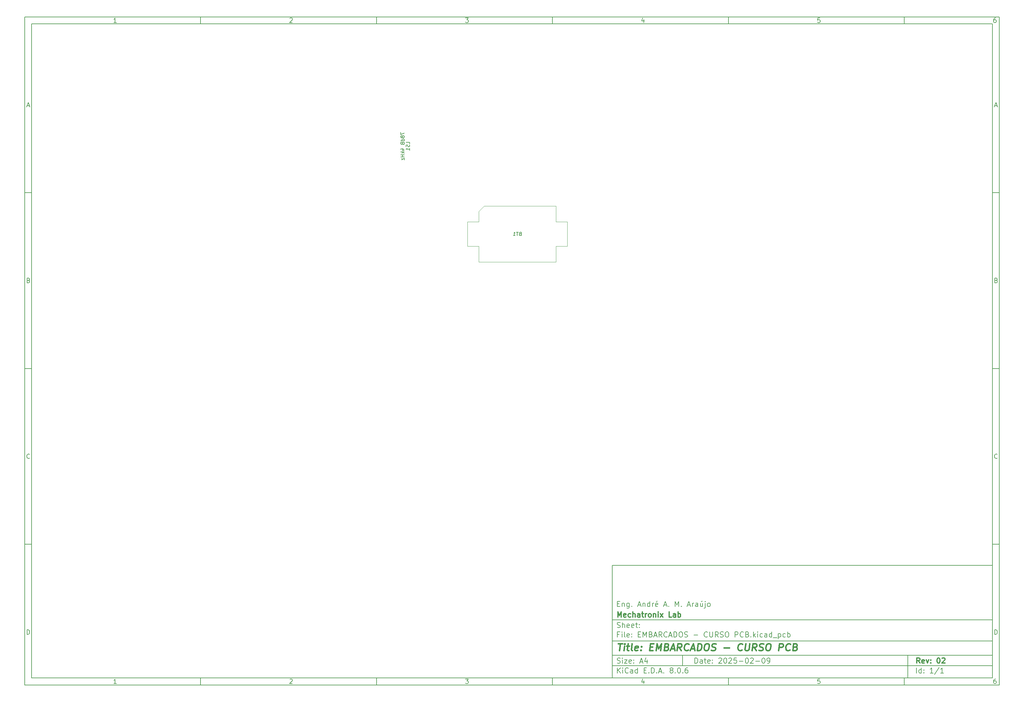
<source format=gbr>
%TF.GenerationSoftware,KiCad,Pcbnew,8.0.6*%
%TF.CreationDate,2025-02-09T14:35:09-03:00*%
%TF.ProjectId,EMBARCADOS - CURSO PCB,454d4241-5243-4414-944f-53202d204355,02*%
%TF.SameCoordinates,Original*%
%TF.FileFunction,AssemblyDrawing,Bot*%
%FSLAX46Y46*%
G04 Gerber Fmt 4.6, Leading zero omitted, Abs format (unit mm)*
G04 Created by KiCad (PCBNEW 8.0.6) date 2025-02-09 14:35:09*
%MOMM*%
%LPD*%
G01*
G04 APERTURE LIST*
%ADD10C,0.100000*%
%ADD11C,0.150000*%
%ADD12C,0.300000*%
%ADD13C,0.400000*%
G04 APERTURE END LIST*
D10*
D11*
X177002200Y-166007200D02*
X285002200Y-166007200D01*
X285002200Y-198007200D01*
X177002200Y-198007200D01*
X177002200Y-166007200D01*
D10*
D11*
X10000000Y-10000000D02*
X287002200Y-10000000D01*
X287002200Y-200007200D01*
X10000000Y-200007200D01*
X10000000Y-10000000D01*
D10*
D11*
X12000000Y-12000000D02*
X285002200Y-12000000D01*
X285002200Y-198007200D01*
X12000000Y-198007200D01*
X12000000Y-12000000D01*
D10*
D11*
X60000000Y-12000000D02*
X60000000Y-10000000D01*
D10*
D11*
X110000000Y-12000000D02*
X110000000Y-10000000D01*
D10*
D11*
X160000000Y-12000000D02*
X160000000Y-10000000D01*
D10*
D11*
X210000000Y-12000000D02*
X210000000Y-10000000D01*
D10*
D11*
X260000000Y-12000000D02*
X260000000Y-10000000D01*
D10*
D11*
X36089160Y-11593604D02*
X35346303Y-11593604D01*
X35717731Y-11593604D02*
X35717731Y-10293604D01*
X35717731Y-10293604D02*
X35593922Y-10479319D01*
X35593922Y-10479319D02*
X35470112Y-10603128D01*
X35470112Y-10603128D02*
X35346303Y-10665033D01*
D10*
D11*
X85346303Y-10417414D02*
X85408207Y-10355509D01*
X85408207Y-10355509D02*
X85532017Y-10293604D01*
X85532017Y-10293604D02*
X85841541Y-10293604D01*
X85841541Y-10293604D02*
X85965350Y-10355509D01*
X85965350Y-10355509D02*
X86027255Y-10417414D01*
X86027255Y-10417414D02*
X86089160Y-10541223D01*
X86089160Y-10541223D02*
X86089160Y-10665033D01*
X86089160Y-10665033D02*
X86027255Y-10850747D01*
X86027255Y-10850747D02*
X85284398Y-11593604D01*
X85284398Y-11593604D02*
X86089160Y-11593604D01*
D10*
D11*
X135284398Y-10293604D02*
X136089160Y-10293604D01*
X136089160Y-10293604D02*
X135655826Y-10788842D01*
X135655826Y-10788842D02*
X135841541Y-10788842D01*
X135841541Y-10788842D02*
X135965350Y-10850747D01*
X135965350Y-10850747D02*
X136027255Y-10912652D01*
X136027255Y-10912652D02*
X136089160Y-11036461D01*
X136089160Y-11036461D02*
X136089160Y-11345985D01*
X136089160Y-11345985D02*
X136027255Y-11469795D01*
X136027255Y-11469795D02*
X135965350Y-11531700D01*
X135965350Y-11531700D02*
X135841541Y-11593604D01*
X135841541Y-11593604D02*
X135470112Y-11593604D01*
X135470112Y-11593604D02*
X135346303Y-11531700D01*
X135346303Y-11531700D02*
X135284398Y-11469795D01*
D10*
D11*
X185965350Y-10726938D02*
X185965350Y-11593604D01*
X185655826Y-10231700D02*
X185346303Y-11160271D01*
X185346303Y-11160271D02*
X186151064Y-11160271D01*
D10*
D11*
X236027255Y-10293604D02*
X235408207Y-10293604D01*
X235408207Y-10293604D02*
X235346303Y-10912652D01*
X235346303Y-10912652D02*
X235408207Y-10850747D01*
X235408207Y-10850747D02*
X235532017Y-10788842D01*
X235532017Y-10788842D02*
X235841541Y-10788842D01*
X235841541Y-10788842D02*
X235965350Y-10850747D01*
X235965350Y-10850747D02*
X236027255Y-10912652D01*
X236027255Y-10912652D02*
X236089160Y-11036461D01*
X236089160Y-11036461D02*
X236089160Y-11345985D01*
X236089160Y-11345985D02*
X236027255Y-11469795D01*
X236027255Y-11469795D02*
X235965350Y-11531700D01*
X235965350Y-11531700D02*
X235841541Y-11593604D01*
X235841541Y-11593604D02*
X235532017Y-11593604D01*
X235532017Y-11593604D02*
X235408207Y-11531700D01*
X235408207Y-11531700D02*
X235346303Y-11469795D01*
D10*
D11*
X285965350Y-10293604D02*
X285717731Y-10293604D01*
X285717731Y-10293604D02*
X285593922Y-10355509D01*
X285593922Y-10355509D02*
X285532017Y-10417414D01*
X285532017Y-10417414D02*
X285408207Y-10603128D01*
X285408207Y-10603128D02*
X285346303Y-10850747D01*
X285346303Y-10850747D02*
X285346303Y-11345985D01*
X285346303Y-11345985D02*
X285408207Y-11469795D01*
X285408207Y-11469795D02*
X285470112Y-11531700D01*
X285470112Y-11531700D02*
X285593922Y-11593604D01*
X285593922Y-11593604D02*
X285841541Y-11593604D01*
X285841541Y-11593604D02*
X285965350Y-11531700D01*
X285965350Y-11531700D02*
X286027255Y-11469795D01*
X286027255Y-11469795D02*
X286089160Y-11345985D01*
X286089160Y-11345985D02*
X286089160Y-11036461D01*
X286089160Y-11036461D02*
X286027255Y-10912652D01*
X286027255Y-10912652D02*
X285965350Y-10850747D01*
X285965350Y-10850747D02*
X285841541Y-10788842D01*
X285841541Y-10788842D02*
X285593922Y-10788842D01*
X285593922Y-10788842D02*
X285470112Y-10850747D01*
X285470112Y-10850747D02*
X285408207Y-10912652D01*
X285408207Y-10912652D02*
X285346303Y-11036461D01*
D10*
D11*
X60000000Y-198007200D02*
X60000000Y-200007200D01*
D10*
D11*
X110000000Y-198007200D02*
X110000000Y-200007200D01*
D10*
D11*
X160000000Y-198007200D02*
X160000000Y-200007200D01*
D10*
D11*
X210000000Y-198007200D02*
X210000000Y-200007200D01*
D10*
D11*
X260000000Y-198007200D02*
X260000000Y-200007200D01*
D10*
D11*
X36089160Y-199600804D02*
X35346303Y-199600804D01*
X35717731Y-199600804D02*
X35717731Y-198300804D01*
X35717731Y-198300804D02*
X35593922Y-198486519D01*
X35593922Y-198486519D02*
X35470112Y-198610328D01*
X35470112Y-198610328D02*
X35346303Y-198672233D01*
D10*
D11*
X85346303Y-198424614D02*
X85408207Y-198362709D01*
X85408207Y-198362709D02*
X85532017Y-198300804D01*
X85532017Y-198300804D02*
X85841541Y-198300804D01*
X85841541Y-198300804D02*
X85965350Y-198362709D01*
X85965350Y-198362709D02*
X86027255Y-198424614D01*
X86027255Y-198424614D02*
X86089160Y-198548423D01*
X86089160Y-198548423D02*
X86089160Y-198672233D01*
X86089160Y-198672233D02*
X86027255Y-198857947D01*
X86027255Y-198857947D02*
X85284398Y-199600804D01*
X85284398Y-199600804D02*
X86089160Y-199600804D01*
D10*
D11*
X135284398Y-198300804D02*
X136089160Y-198300804D01*
X136089160Y-198300804D02*
X135655826Y-198796042D01*
X135655826Y-198796042D02*
X135841541Y-198796042D01*
X135841541Y-198796042D02*
X135965350Y-198857947D01*
X135965350Y-198857947D02*
X136027255Y-198919852D01*
X136027255Y-198919852D02*
X136089160Y-199043661D01*
X136089160Y-199043661D02*
X136089160Y-199353185D01*
X136089160Y-199353185D02*
X136027255Y-199476995D01*
X136027255Y-199476995D02*
X135965350Y-199538900D01*
X135965350Y-199538900D02*
X135841541Y-199600804D01*
X135841541Y-199600804D02*
X135470112Y-199600804D01*
X135470112Y-199600804D02*
X135346303Y-199538900D01*
X135346303Y-199538900D02*
X135284398Y-199476995D01*
D10*
D11*
X185965350Y-198734138D02*
X185965350Y-199600804D01*
X185655826Y-198238900D02*
X185346303Y-199167471D01*
X185346303Y-199167471D02*
X186151064Y-199167471D01*
D10*
D11*
X236027255Y-198300804D02*
X235408207Y-198300804D01*
X235408207Y-198300804D02*
X235346303Y-198919852D01*
X235346303Y-198919852D02*
X235408207Y-198857947D01*
X235408207Y-198857947D02*
X235532017Y-198796042D01*
X235532017Y-198796042D02*
X235841541Y-198796042D01*
X235841541Y-198796042D02*
X235965350Y-198857947D01*
X235965350Y-198857947D02*
X236027255Y-198919852D01*
X236027255Y-198919852D02*
X236089160Y-199043661D01*
X236089160Y-199043661D02*
X236089160Y-199353185D01*
X236089160Y-199353185D02*
X236027255Y-199476995D01*
X236027255Y-199476995D02*
X235965350Y-199538900D01*
X235965350Y-199538900D02*
X235841541Y-199600804D01*
X235841541Y-199600804D02*
X235532017Y-199600804D01*
X235532017Y-199600804D02*
X235408207Y-199538900D01*
X235408207Y-199538900D02*
X235346303Y-199476995D01*
D10*
D11*
X285965350Y-198300804D02*
X285717731Y-198300804D01*
X285717731Y-198300804D02*
X285593922Y-198362709D01*
X285593922Y-198362709D02*
X285532017Y-198424614D01*
X285532017Y-198424614D02*
X285408207Y-198610328D01*
X285408207Y-198610328D02*
X285346303Y-198857947D01*
X285346303Y-198857947D02*
X285346303Y-199353185D01*
X285346303Y-199353185D02*
X285408207Y-199476995D01*
X285408207Y-199476995D02*
X285470112Y-199538900D01*
X285470112Y-199538900D02*
X285593922Y-199600804D01*
X285593922Y-199600804D02*
X285841541Y-199600804D01*
X285841541Y-199600804D02*
X285965350Y-199538900D01*
X285965350Y-199538900D02*
X286027255Y-199476995D01*
X286027255Y-199476995D02*
X286089160Y-199353185D01*
X286089160Y-199353185D02*
X286089160Y-199043661D01*
X286089160Y-199043661D02*
X286027255Y-198919852D01*
X286027255Y-198919852D02*
X285965350Y-198857947D01*
X285965350Y-198857947D02*
X285841541Y-198796042D01*
X285841541Y-198796042D02*
X285593922Y-198796042D01*
X285593922Y-198796042D02*
X285470112Y-198857947D01*
X285470112Y-198857947D02*
X285408207Y-198919852D01*
X285408207Y-198919852D02*
X285346303Y-199043661D01*
D10*
D11*
X10000000Y-60000000D02*
X12000000Y-60000000D01*
D10*
D11*
X10000000Y-110000000D02*
X12000000Y-110000000D01*
D10*
D11*
X10000000Y-160000000D02*
X12000000Y-160000000D01*
D10*
D11*
X10690476Y-35222176D02*
X11309523Y-35222176D01*
X10566666Y-35593604D02*
X10999999Y-34293604D01*
X10999999Y-34293604D02*
X11433333Y-35593604D01*
D10*
D11*
X11092857Y-84912652D02*
X11278571Y-84974557D01*
X11278571Y-84974557D02*
X11340476Y-85036461D01*
X11340476Y-85036461D02*
X11402380Y-85160271D01*
X11402380Y-85160271D02*
X11402380Y-85345985D01*
X11402380Y-85345985D02*
X11340476Y-85469795D01*
X11340476Y-85469795D02*
X11278571Y-85531700D01*
X11278571Y-85531700D02*
X11154761Y-85593604D01*
X11154761Y-85593604D02*
X10659523Y-85593604D01*
X10659523Y-85593604D02*
X10659523Y-84293604D01*
X10659523Y-84293604D02*
X11092857Y-84293604D01*
X11092857Y-84293604D02*
X11216666Y-84355509D01*
X11216666Y-84355509D02*
X11278571Y-84417414D01*
X11278571Y-84417414D02*
X11340476Y-84541223D01*
X11340476Y-84541223D02*
X11340476Y-84665033D01*
X11340476Y-84665033D02*
X11278571Y-84788842D01*
X11278571Y-84788842D02*
X11216666Y-84850747D01*
X11216666Y-84850747D02*
X11092857Y-84912652D01*
X11092857Y-84912652D02*
X10659523Y-84912652D01*
D10*
D11*
X11402380Y-135469795D02*
X11340476Y-135531700D01*
X11340476Y-135531700D02*
X11154761Y-135593604D01*
X11154761Y-135593604D02*
X11030952Y-135593604D01*
X11030952Y-135593604D02*
X10845238Y-135531700D01*
X10845238Y-135531700D02*
X10721428Y-135407890D01*
X10721428Y-135407890D02*
X10659523Y-135284080D01*
X10659523Y-135284080D02*
X10597619Y-135036461D01*
X10597619Y-135036461D02*
X10597619Y-134850747D01*
X10597619Y-134850747D02*
X10659523Y-134603128D01*
X10659523Y-134603128D02*
X10721428Y-134479319D01*
X10721428Y-134479319D02*
X10845238Y-134355509D01*
X10845238Y-134355509D02*
X11030952Y-134293604D01*
X11030952Y-134293604D02*
X11154761Y-134293604D01*
X11154761Y-134293604D02*
X11340476Y-134355509D01*
X11340476Y-134355509D02*
X11402380Y-134417414D01*
D10*
D11*
X10659523Y-185593604D02*
X10659523Y-184293604D01*
X10659523Y-184293604D02*
X10969047Y-184293604D01*
X10969047Y-184293604D02*
X11154761Y-184355509D01*
X11154761Y-184355509D02*
X11278571Y-184479319D01*
X11278571Y-184479319D02*
X11340476Y-184603128D01*
X11340476Y-184603128D02*
X11402380Y-184850747D01*
X11402380Y-184850747D02*
X11402380Y-185036461D01*
X11402380Y-185036461D02*
X11340476Y-185284080D01*
X11340476Y-185284080D02*
X11278571Y-185407890D01*
X11278571Y-185407890D02*
X11154761Y-185531700D01*
X11154761Y-185531700D02*
X10969047Y-185593604D01*
X10969047Y-185593604D02*
X10659523Y-185593604D01*
D10*
D11*
X287002200Y-60000000D02*
X285002200Y-60000000D01*
D10*
D11*
X287002200Y-110000000D02*
X285002200Y-110000000D01*
D10*
D11*
X287002200Y-160000000D02*
X285002200Y-160000000D01*
D10*
D11*
X285692676Y-35222176D02*
X286311723Y-35222176D01*
X285568866Y-35593604D02*
X286002199Y-34293604D01*
X286002199Y-34293604D02*
X286435533Y-35593604D01*
D10*
D11*
X286095057Y-84912652D02*
X286280771Y-84974557D01*
X286280771Y-84974557D02*
X286342676Y-85036461D01*
X286342676Y-85036461D02*
X286404580Y-85160271D01*
X286404580Y-85160271D02*
X286404580Y-85345985D01*
X286404580Y-85345985D02*
X286342676Y-85469795D01*
X286342676Y-85469795D02*
X286280771Y-85531700D01*
X286280771Y-85531700D02*
X286156961Y-85593604D01*
X286156961Y-85593604D02*
X285661723Y-85593604D01*
X285661723Y-85593604D02*
X285661723Y-84293604D01*
X285661723Y-84293604D02*
X286095057Y-84293604D01*
X286095057Y-84293604D02*
X286218866Y-84355509D01*
X286218866Y-84355509D02*
X286280771Y-84417414D01*
X286280771Y-84417414D02*
X286342676Y-84541223D01*
X286342676Y-84541223D02*
X286342676Y-84665033D01*
X286342676Y-84665033D02*
X286280771Y-84788842D01*
X286280771Y-84788842D02*
X286218866Y-84850747D01*
X286218866Y-84850747D02*
X286095057Y-84912652D01*
X286095057Y-84912652D02*
X285661723Y-84912652D01*
D10*
D11*
X286404580Y-135469795D02*
X286342676Y-135531700D01*
X286342676Y-135531700D02*
X286156961Y-135593604D01*
X286156961Y-135593604D02*
X286033152Y-135593604D01*
X286033152Y-135593604D02*
X285847438Y-135531700D01*
X285847438Y-135531700D02*
X285723628Y-135407890D01*
X285723628Y-135407890D02*
X285661723Y-135284080D01*
X285661723Y-135284080D02*
X285599819Y-135036461D01*
X285599819Y-135036461D02*
X285599819Y-134850747D01*
X285599819Y-134850747D02*
X285661723Y-134603128D01*
X285661723Y-134603128D02*
X285723628Y-134479319D01*
X285723628Y-134479319D02*
X285847438Y-134355509D01*
X285847438Y-134355509D02*
X286033152Y-134293604D01*
X286033152Y-134293604D02*
X286156961Y-134293604D01*
X286156961Y-134293604D02*
X286342676Y-134355509D01*
X286342676Y-134355509D02*
X286404580Y-134417414D01*
D10*
D11*
X285661723Y-185593604D02*
X285661723Y-184293604D01*
X285661723Y-184293604D02*
X285971247Y-184293604D01*
X285971247Y-184293604D02*
X286156961Y-184355509D01*
X286156961Y-184355509D02*
X286280771Y-184479319D01*
X286280771Y-184479319D02*
X286342676Y-184603128D01*
X286342676Y-184603128D02*
X286404580Y-184850747D01*
X286404580Y-184850747D02*
X286404580Y-185036461D01*
X286404580Y-185036461D02*
X286342676Y-185284080D01*
X286342676Y-185284080D02*
X286280771Y-185407890D01*
X286280771Y-185407890D02*
X286156961Y-185531700D01*
X286156961Y-185531700D02*
X285971247Y-185593604D01*
X285971247Y-185593604D02*
X285661723Y-185593604D01*
D10*
D11*
X200458026Y-193793328D02*
X200458026Y-192293328D01*
X200458026Y-192293328D02*
X200815169Y-192293328D01*
X200815169Y-192293328D02*
X201029455Y-192364757D01*
X201029455Y-192364757D02*
X201172312Y-192507614D01*
X201172312Y-192507614D02*
X201243741Y-192650471D01*
X201243741Y-192650471D02*
X201315169Y-192936185D01*
X201315169Y-192936185D02*
X201315169Y-193150471D01*
X201315169Y-193150471D02*
X201243741Y-193436185D01*
X201243741Y-193436185D02*
X201172312Y-193579042D01*
X201172312Y-193579042D02*
X201029455Y-193721900D01*
X201029455Y-193721900D02*
X200815169Y-193793328D01*
X200815169Y-193793328D02*
X200458026Y-193793328D01*
X202600884Y-193793328D02*
X202600884Y-193007614D01*
X202600884Y-193007614D02*
X202529455Y-192864757D01*
X202529455Y-192864757D02*
X202386598Y-192793328D01*
X202386598Y-192793328D02*
X202100884Y-192793328D01*
X202100884Y-192793328D02*
X201958026Y-192864757D01*
X202600884Y-193721900D02*
X202458026Y-193793328D01*
X202458026Y-193793328D02*
X202100884Y-193793328D01*
X202100884Y-193793328D02*
X201958026Y-193721900D01*
X201958026Y-193721900D02*
X201886598Y-193579042D01*
X201886598Y-193579042D02*
X201886598Y-193436185D01*
X201886598Y-193436185D02*
X201958026Y-193293328D01*
X201958026Y-193293328D02*
X202100884Y-193221900D01*
X202100884Y-193221900D02*
X202458026Y-193221900D01*
X202458026Y-193221900D02*
X202600884Y-193150471D01*
X203100884Y-192793328D02*
X203672312Y-192793328D01*
X203315169Y-192293328D02*
X203315169Y-193579042D01*
X203315169Y-193579042D02*
X203386598Y-193721900D01*
X203386598Y-193721900D02*
X203529455Y-193793328D01*
X203529455Y-193793328D02*
X203672312Y-193793328D01*
X204743741Y-193721900D02*
X204600884Y-193793328D01*
X204600884Y-193793328D02*
X204315170Y-193793328D01*
X204315170Y-193793328D02*
X204172312Y-193721900D01*
X204172312Y-193721900D02*
X204100884Y-193579042D01*
X204100884Y-193579042D02*
X204100884Y-193007614D01*
X204100884Y-193007614D02*
X204172312Y-192864757D01*
X204172312Y-192864757D02*
X204315170Y-192793328D01*
X204315170Y-192793328D02*
X204600884Y-192793328D01*
X204600884Y-192793328D02*
X204743741Y-192864757D01*
X204743741Y-192864757D02*
X204815170Y-193007614D01*
X204815170Y-193007614D02*
X204815170Y-193150471D01*
X204815170Y-193150471D02*
X204100884Y-193293328D01*
X205458026Y-193650471D02*
X205529455Y-193721900D01*
X205529455Y-193721900D02*
X205458026Y-193793328D01*
X205458026Y-193793328D02*
X205386598Y-193721900D01*
X205386598Y-193721900D02*
X205458026Y-193650471D01*
X205458026Y-193650471D02*
X205458026Y-193793328D01*
X205458026Y-192864757D02*
X205529455Y-192936185D01*
X205529455Y-192936185D02*
X205458026Y-193007614D01*
X205458026Y-193007614D02*
X205386598Y-192936185D01*
X205386598Y-192936185D02*
X205458026Y-192864757D01*
X205458026Y-192864757D02*
X205458026Y-193007614D01*
X207243741Y-192436185D02*
X207315169Y-192364757D01*
X207315169Y-192364757D02*
X207458027Y-192293328D01*
X207458027Y-192293328D02*
X207815169Y-192293328D01*
X207815169Y-192293328D02*
X207958027Y-192364757D01*
X207958027Y-192364757D02*
X208029455Y-192436185D01*
X208029455Y-192436185D02*
X208100884Y-192579042D01*
X208100884Y-192579042D02*
X208100884Y-192721900D01*
X208100884Y-192721900D02*
X208029455Y-192936185D01*
X208029455Y-192936185D02*
X207172312Y-193793328D01*
X207172312Y-193793328D02*
X208100884Y-193793328D01*
X209029455Y-192293328D02*
X209172312Y-192293328D01*
X209172312Y-192293328D02*
X209315169Y-192364757D01*
X209315169Y-192364757D02*
X209386598Y-192436185D01*
X209386598Y-192436185D02*
X209458026Y-192579042D01*
X209458026Y-192579042D02*
X209529455Y-192864757D01*
X209529455Y-192864757D02*
X209529455Y-193221900D01*
X209529455Y-193221900D02*
X209458026Y-193507614D01*
X209458026Y-193507614D02*
X209386598Y-193650471D01*
X209386598Y-193650471D02*
X209315169Y-193721900D01*
X209315169Y-193721900D02*
X209172312Y-193793328D01*
X209172312Y-193793328D02*
X209029455Y-193793328D01*
X209029455Y-193793328D02*
X208886598Y-193721900D01*
X208886598Y-193721900D02*
X208815169Y-193650471D01*
X208815169Y-193650471D02*
X208743740Y-193507614D01*
X208743740Y-193507614D02*
X208672312Y-193221900D01*
X208672312Y-193221900D02*
X208672312Y-192864757D01*
X208672312Y-192864757D02*
X208743740Y-192579042D01*
X208743740Y-192579042D02*
X208815169Y-192436185D01*
X208815169Y-192436185D02*
X208886598Y-192364757D01*
X208886598Y-192364757D02*
X209029455Y-192293328D01*
X210100883Y-192436185D02*
X210172311Y-192364757D01*
X210172311Y-192364757D02*
X210315169Y-192293328D01*
X210315169Y-192293328D02*
X210672311Y-192293328D01*
X210672311Y-192293328D02*
X210815169Y-192364757D01*
X210815169Y-192364757D02*
X210886597Y-192436185D01*
X210886597Y-192436185D02*
X210958026Y-192579042D01*
X210958026Y-192579042D02*
X210958026Y-192721900D01*
X210958026Y-192721900D02*
X210886597Y-192936185D01*
X210886597Y-192936185D02*
X210029454Y-193793328D01*
X210029454Y-193793328D02*
X210958026Y-193793328D01*
X212315168Y-192293328D02*
X211600882Y-192293328D01*
X211600882Y-192293328D02*
X211529454Y-193007614D01*
X211529454Y-193007614D02*
X211600882Y-192936185D01*
X211600882Y-192936185D02*
X211743740Y-192864757D01*
X211743740Y-192864757D02*
X212100882Y-192864757D01*
X212100882Y-192864757D02*
X212243740Y-192936185D01*
X212243740Y-192936185D02*
X212315168Y-193007614D01*
X212315168Y-193007614D02*
X212386597Y-193150471D01*
X212386597Y-193150471D02*
X212386597Y-193507614D01*
X212386597Y-193507614D02*
X212315168Y-193650471D01*
X212315168Y-193650471D02*
X212243740Y-193721900D01*
X212243740Y-193721900D02*
X212100882Y-193793328D01*
X212100882Y-193793328D02*
X211743740Y-193793328D01*
X211743740Y-193793328D02*
X211600882Y-193721900D01*
X211600882Y-193721900D02*
X211529454Y-193650471D01*
X213029453Y-193221900D02*
X214172311Y-193221900D01*
X215172311Y-192293328D02*
X215315168Y-192293328D01*
X215315168Y-192293328D02*
X215458025Y-192364757D01*
X215458025Y-192364757D02*
X215529454Y-192436185D01*
X215529454Y-192436185D02*
X215600882Y-192579042D01*
X215600882Y-192579042D02*
X215672311Y-192864757D01*
X215672311Y-192864757D02*
X215672311Y-193221900D01*
X215672311Y-193221900D02*
X215600882Y-193507614D01*
X215600882Y-193507614D02*
X215529454Y-193650471D01*
X215529454Y-193650471D02*
X215458025Y-193721900D01*
X215458025Y-193721900D02*
X215315168Y-193793328D01*
X215315168Y-193793328D02*
X215172311Y-193793328D01*
X215172311Y-193793328D02*
X215029454Y-193721900D01*
X215029454Y-193721900D02*
X214958025Y-193650471D01*
X214958025Y-193650471D02*
X214886596Y-193507614D01*
X214886596Y-193507614D02*
X214815168Y-193221900D01*
X214815168Y-193221900D02*
X214815168Y-192864757D01*
X214815168Y-192864757D02*
X214886596Y-192579042D01*
X214886596Y-192579042D02*
X214958025Y-192436185D01*
X214958025Y-192436185D02*
X215029454Y-192364757D01*
X215029454Y-192364757D02*
X215172311Y-192293328D01*
X216243739Y-192436185D02*
X216315167Y-192364757D01*
X216315167Y-192364757D02*
X216458025Y-192293328D01*
X216458025Y-192293328D02*
X216815167Y-192293328D01*
X216815167Y-192293328D02*
X216958025Y-192364757D01*
X216958025Y-192364757D02*
X217029453Y-192436185D01*
X217029453Y-192436185D02*
X217100882Y-192579042D01*
X217100882Y-192579042D02*
X217100882Y-192721900D01*
X217100882Y-192721900D02*
X217029453Y-192936185D01*
X217029453Y-192936185D02*
X216172310Y-193793328D01*
X216172310Y-193793328D02*
X217100882Y-193793328D01*
X217743738Y-193221900D02*
X218886596Y-193221900D01*
X219886596Y-192293328D02*
X220029453Y-192293328D01*
X220029453Y-192293328D02*
X220172310Y-192364757D01*
X220172310Y-192364757D02*
X220243739Y-192436185D01*
X220243739Y-192436185D02*
X220315167Y-192579042D01*
X220315167Y-192579042D02*
X220386596Y-192864757D01*
X220386596Y-192864757D02*
X220386596Y-193221900D01*
X220386596Y-193221900D02*
X220315167Y-193507614D01*
X220315167Y-193507614D02*
X220243739Y-193650471D01*
X220243739Y-193650471D02*
X220172310Y-193721900D01*
X220172310Y-193721900D02*
X220029453Y-193793328D01*
X220029453Y-193793328D02*
X219886596Y-193793328D01*
X219886596Y-193793328D02*
X219743739Y-193721900D01*
X219743739Y-193721900D02*
X219672310Y-193650471D01*
X219672310Y-193650471D02*
X219600881Y-193507614D01*
X219600881Y-193507614D02*
X219529453Y-193221900D01*
X219529453Y-193221900D02*
X219529453Y-192864757D01*
X219529453Y-192864757D02*
X219600881Y-192579042D01*
X219600881Y-192579042D02*
X219672310Y-192436185D01*
X219672310Y-192436185D02*
X219743739Y-192364757D01*
X219743739Y-192364757D02*
X219886596Y-192293328D01*
X221100881Y-193793328D02*
X221386595Y-193793328D01*
X221386595Y-193793328D02*
X221529452Y-193721900D01*
X221529452Y-193721900D02*
X221600881Y-193650471D01*
X221600881Y-193650471D02*
X221743738Y-193436185D01*
X221743738Y-193436185D02*
X221815167Y-193150471D01*
X221815167Y-193150471D02*
X221815167Y-192579042D01*
X221815167Y-192579042D02*
X221743738Y-192436185D01*
X221743738Y-192436185D02*
X221672310Y-192364757D01*
X221672310Y-192364757D02*
X221529452Y-192293328D01*
X221529452Y-192293328D02*
X221243738Y-192293328D01*
X221243738Y-192293328D02*
X221100881Y-192364757D01*
X221100881Y-192364757D02*
X221029452Y-192436185D01*
X221029452Y-192436185D02*
X220958024Y-192579042D01*
X220958024Y-192579042D02*
X220958024Y-192936185D01*
X220958024Y-192936185D02*
X221029452Y-193079042D01*
X221029452Y-193079042D02*
X221100881Y-193150471D01*
X221100881Y-193150471D02*
X221243738Y-193221900D01*
X221243738Y-193221900D02*
X221529452Y-193221900D01*
X221529452Y-193221900D02*
X221672310Y-193150471D01*
X221672310Y-193150471D02*
X221743738Y-193079042D01*
X221743738Y-193079042D02*
X221815167Y-192936185D01*
D10*
D11*
X177002200Y-194507200D02*
X285002200Y-194507200D01*
D10*
D11*
X178458026Y-196593328D02*
X178458026Y-195093328D01*
X179315169Y-196593328D02*
X178672312Y-195736185D01*
X179315169Y-195093328D02*
X178458026Y-195950471D01*
X179958026Y-196593328D02*
X179958026Y-195593328D01*
X179958026Y-195093328D02*
X179886598Y-195164757D01*
X179886598Y-195164757D02*
X179958026Y-195236185D01*
X179958026Y-195236185D02*
X180029455Y-195164757D01*
X180029455Y-195164757D02*
X179958026Y-195093328D01*
X179958026Y-195093328D02*
X179958026Y-195236185D01*
X181529455Y-196450471D02*
X181458027Y-196521900D01*
X181458027Y-196521900D02*
X181243741Y-196593328D01*
X181243741Y-196593328D02*
X181100884Y-196593328D01*
X181100884Y-196593328D02*
X180886598Y-196521900D01*
X180886598Y-196521900D02*
X180743741Y-196379042D01*
X180743741Y-196379042D02*
X180672312Y-196236185D01*
X180672312Y-196236185D02*
X180600884Y-195950471D01*
X180600884Y-195950471D02*
X180600884Y-195736185D01*
X180600884Y-195736185D02*
X180672312Y-195450471D01*
X180672312Y-195450471D02*
X180743741Y-195307614D01*
X180743741Y-195307614D02*
X180886598Y-195164757D01*
X180886598Y-195164757D02*
X181100884Y-195093328D01*
X181100884Y-195093328D02*
X181243741Y-195093328D01*
X181243741Y-195093328D02*
X181458027Y-195164757D01*
X181458027Y-195164757D02*
X181529455Y-195236185D01*
X182815170Y-196593328D02*
X182815170Y-195807614D01*
X182815170Y-195807614D02*
X182743741Y-195664757D01*
X182743741Y-195664757D02*
X182600884Y-195593328D01*
X182600884Y-195593328D02*
X182315170Y-195593328D01*
X182315170Y-195593328D02*
X182172312Y-195664757D01*
X182815170Y-196521900D02*
X182672312Y-196593328D01*
X182672312Y-196593328D02*
X182315170Y-196593328D01*
X182315170Y-196593328D02*
X182172312Y-196521900D01*
X182172312Y-196521900D02*
X182100884Y-196379042D01*
X182100884Y-196379042D02*
X182100884Y-196236185D01*
X182100884Y-196236185D02*
X182172312Y-196093328D01*
X182172312Y-196093328D02*
X182315170Y-196021900D01*
X182315170Y-196021900D02*
X182672312Y-196021900D01*
X182672312Y-196021900D02*
X182815170Y-195950471D01*
X184172313Y-196593328D02*
X184172313Y-195093328D01*
X184172313Y-196521900D02*
X184029455Y-196593328D01*
X184029455Y-196593328D02*
X183743741Y-196593328D01*
X183743741Y-196593328D02*
X183600884Y-196521900D01*
X183600884Y-196521900D02*
X183529455Y-196450471D01*
X183529455Y-196450471D02*
X183458027Y-196307614D01*
X183458027Y-196307614D02*
X183458027Y-195879042D01*
X183458027Y-195879042D02*
X183529455Y-195736185D01*
X183529455Y-195736185D02*
X183600884Y-195664757D01*
X183600884Y-195664757D02*
X183743741Y-195593328D01*
X183743741Y-195593328D02*
X184029455Y-195593328D01*
X184029455Y-195593328D02*
X184172313Y-195664757D01*
X186029455Y-195807614D02*
X186529455Y-195807614D01*
X186743741Y-196593328D02*
X186029455Y-196593328D01*
X186029455Y-196593328D02*
X186029455Y-195093328D01*
X186029455Y-195093328D02*
X186743741Y-195093328D01*
X187386598Y-196450471D02*
X187458027Y-196521900D01*
X187458027Y-196521900D02*
X187386598Y-196593328D01*
X187386598Y-196593328D02*
X187315170Y-196521900D01*
X187315170Y-196521900D02*
X187386598Y-196450471D01*
X187386598Y-196450471D02*
X187386598Y-196593328D01*
X188100884Y-196593328D02*
X188100884Y-195093328D01*
X188100884Y-195093328D02*
X188458027Y-195093328D01*
X188458027Y-195093328D02*
X188672313Y-195164757D01*
X188672313Y-195164757D02*
X188815170Y-195307614D01*
X188815170Y-195307614D02*
X188886599Y-195450471D01*
X188886599Y-195450471D02*
X188958027Y-195736185D01*
X188958027Y-195736185D02*
X188958027Y-195950471D01*
X188958027Y-195950471D02*
X188886599Y-196236185D01*
X188886599Y-196236185D02*
X188815170Y-196379042D01*
X188815170Y-196379042D02*
X188672313Y-196521900D01*
X188672313Y-196521900D02*
X188458027Y-196593328D01*
X188458027Y-196593328D02*
X188100884Y-196593328D01*
X189600884Y-196450471D02*
X189672313Y-196521900D01*
X189672313Y-196521900D02*
X189600884Y-196593328D01*
X189600884Y-196593328D02*
X189529456Y-196521900D01*
X189529456Y-196521900D02*
X189600884Y-196450471D01*
X189600884Y-196450471D02*
X189600884Y-196593328D01*
X190243742Y-196164757D02*
X190958028Y-196164757D01*
X190100885Y-196593328D02*
X190600885Y-195093328D01*
X190600885Y-195093328D02*
X191100885Y-196593328D01*
X191600884Y-196450471D02*
X191672313Y-196521900D01*
X191672313Y-196521900D02*
X191600884Y-196593328D01*
X191600884Y-196593328D02*
X191529456Y-196521900D01*
X191529456Y-196521900D02*
X191600884Y-196450471D01*
X191600884Y-196450471D02*
X191600884Y-196593328D01*
X193672313Y-195736185D02*
X193529456Y-195664757D01*
X193529456Y-195664757D02*
X193458027Y-195593328D01*
X193458027Y-195593328D02*
X193386599Y-195450471D01*
X193386599Y-195450471D02*
X193386599Y-195379042D01*
X193386599Y-195379042D02*
X193458027Y-195236185D01*
X193458027Y-195236185D02*
X193529456Y-195164757D01*
X193529456Y-195164757D02*
X193672313Y-195093328D01*
X193672313Y-195093328D02*
X193958027Y-195093328D01*
X193958027Y-195093328D02*
X194100885Y-195164757D01*
X194100885Y-195164757D02*
X194172313Y-195236185D01*
X194172313Y-195236185D02*
X194243742Y-195379042D01*
X194243742Y-195379042D02*
X194243742Y-195450471D01*
X194243742Y-195450471D02*
X194172313Y-195593328D01*
X194172313Y-195593328D02*
X194100885Y-195664757D01*
X194100885Y-195664757D02*
X193958027Y-195736185D01*
X193958027Y-195736185D02*
X193672313Y-195736185D01*
X193672313Y-195736185D02*
X193529456Y-195807614D01*
X193529456Y-195807614D02*
X193458027Y-195879042D01*
X193458027Y-195879042D02*
X193386599Y-196021900D01*
X193386599Y-196021900D02*
X193386599Y-196307614D01*
X193386599Y-196307614D02*
X193458027Y-196450471D01*
X193458027Y-196450471D02*
X193529456Y-196521900D01*
X193529456Y-196521900D02*
X193672313Y-196593328D01*
X193672313Y-196593328D02*
X193958027Y-196593328D01*
X193958027Y-196593328D02*
X194100885Y-196521900D01*
X194100885Y-196521900D02*
X194172313Y-196450471D01*
X194172313Y-196450471D02*
X194243742Y-196307614D01*
X194243742Y-196307614D02*
X194243742Y-196021900D01*
X194243742Y-196021900D02*
X194172313Y-195879042D01*
X194172313Y-195879042D02*
X194100885Y-195807614D01*
X194100885Y-195807614D02*
X193958027Y-195736185D01*
X194886598Y-196450471D02*
X194958027Y-196521900D01*
X194958027Y-196521900D02*
X194886598Y-196593328D01*
X194886598Y-196593328D02*
X194815170Y-196521900D01*
X194815170Y-196521900D02*
X194886598Y-196450471D01*
X194886598Y-196450471D02*
X194886598Y-196593328D01*
X195886599Y-195093328D02*
X196029456Y-195093328D01*
X196029456Y-195093328D02*
X196172313Y-195164757D01*
X196172313Y-195164757D02*
X196243742Y-195236185D01*
X196243742Y-195236185D02*
X196315170Y-195379042D01*
X196315170Y-195379042D02*
X196386599Y-195664757D01*
X196386599Y-195664757D02*
X196386599Y-196021900D01*
X196386599Y-196021900D02*
X196315170Y-196307614D01*
X196315170Y-196307614D02*
X196243742Y-196450471D01*
X196243742Y-196450471D02*
X196172313Y-196521900D01*
X196172313Y-196521900D02*
X196029456Y-196593328D01*
X196029456Y-196593328D02*
X195886599Y-196593328D01*
X195886599Y-196593328D02*
X195743742Y-196521900D01*
X195743742Y-196521900D02*
X195672313Y-196450471D01*
X195672313Y-196450471D02*
X195600884Y-196307614D01*
X195600884Y-196307614D02*
X195529456Y-196021900D01*
X195529456Y-196021900D02*
X195529456Y-195664757D01*
X195529456Y-195664757D02*
X195600884Y-195379042D01*
X195600884Y-195379042D02*
X195672313Y-195236185D01*
X195672313Y-195236185D02*
X195743742Y-195164757D01*
X195743742Y-195164757D02*
X195886599Y-195093328D01*
X197029455Y-196450471D02*
X197100884Y-196521900D01*
X197100884Y-196521900D02*
X197029455Y-196593328D01*
X197029455Y-196593328D02*
X196958027Y-196521900D01*
X196958027Y-196521900D02*
X197029455Y-196450471D01*
X197029455Y-196450471D02*
X197029455Y-196593328D01*
X198386599Y-195093328D02*
X198100884Y-195093328D01*
X198100884Y-195093328D02*
X197958027Y-195164757D01*
X197958027Y-195164757D02*
X197886599Y-195236185D01*
X197886599Y-195236185D02*
X197743741Y-195450471D01*
X197743741Y-195450471D02*
X197672313Y-195736185D01*
X197672313Y-195736185D02*
X197672313Y-196307614D01*
X197672313Y-196307614D02*
X197743741Y-196450471D01*
X197743741Y-196450471D02*
X197815170Y-196521900D01*
X197815170Y-196521900D02*
X197958027Y-196593328D01*
X197958027Y-196593328D02*
X198243741Y-196593328D01*
X198243741Y-196593328D02*
X198386599Y-196521900D01*
X198386599Y-196521900D02*
X198458027Y-196450471D01*
X198458027Y-196450471D02*
X198529456Y-196307614D01*
X198529456Y-196307614D02*
X198529456Y-195950471D01*
X198529456Y-195950471D02*
X198458027Y-195807614D01*
X198458027Y-195807614D02*
X198386599Y-195736185D01*
X198386599Y-195736185D02*
X198243741Y-195664757D01*
X198243741Y-195664757D02*
X197958027Y-195664757D01*
X197958027Y-195664757D02*
X197815170Y-195736185D01*
X197815170Y-195736185D02*
X197743741Y-195807614D01*
X197743741Y-195807614D02*
X197672313Y-195950471D01*
D10*
D11*
X177002200Y-191507200D02*
X285002200Y-191507200D01*
D10*
D12*
X264413853Y-193785528D02*
X263913853Y-193071242D01*
X263556710Y-193785528D02*
X263556710Y-192285528D01*
X263556710Y-192285528D02*
X264128139Y-192285528D01*
X264128139Y-192285528D02*
X264270996Y-192356957D01*
X264270996Y-192356957D02*
X264342425Y-192428385D01*
X264342425Y-192428385D02*
X264413853Y-192571242D01*
X264413853Y-192571242D02*
X264413853Y-192785528D01*
X264413853Y-192785528D02*
X264342425Y-192928385D01*
X264342425Y-192928385D02*
X264270996Y-192999814D01*
X264270996Y-192999814D02*
X264128139Y-193071242D01*
X264128139Y-193071242D02*
X263556710Y-193071242D01*
X265628139Y-193714100D02*
X265485282Y-193785528D01*
X265485282Y-193785528D02*
X265199568Y-193785528D01*
X265199568Y-193785528D02*
X265056710Y-193714100D01*
X265056710Y-193714100D02*
X264985282Y-193571242D01*
X264985282Y-193571242D02*
X264985282Y-192999814D01*
X264985282Y-192999814D02*
X265056710Y-192856957D01*
X265056710Y-192856957D02*
X265199568Y-192785528D01*
X265199568Y-192785528D02*
X265485282Y-192785528D01*
X265485282Y-192785528D02*
X265628139Y-192856957D01*
X265628139Y-192856957D02*
X265699568Y-192999814D01*
X265699568Y-192999814D02*
X265699568Y-193142671D01*
X265699568Y-193142671D02*
X264985282Y-193285528D01*
X266199567Y-192785528D02*
X266556710Y-193785528D01*
X266556710Y-193785528D02*
X266913853Y-192785528D01*
X267485281Y-193642671D02*
X267556710Y-193714100D01*
X267556710Y-193714100D02*
X267485281Y-193785528D01*
X267485281Y-193785528D02*
X267413853Y-193714100D01*
X267413853Y-193714100D02*
X267485281Y-193642671D01*
X267485281Y-193642671D02*
X267485281Y-193785528D01*
X267485281Y-192856957D02*
X267556710Y-192928385D01*
X267556710Y-192928385D02*
X267485281Y-192999814D01*
X267485281Y-192999814D02*
X267413853Y-192928385D01*
X267413853Y-192928385D02*
X267485281Y-192856957D01*
X267485281Y-192856957D02*
X267485281Y-192999814D01*
X269628139Y-192285528D02*
X269770996Y-192285528D01*
X269770996Y-192285528D02*
X269913853Y-192356957D01*
X269913853Y-192356957D02*
X269985282Y-192428385D01*
X269985282Y-192428385D02*
X270056710Y-192571242D01*
X270056710Y-192571242D02*
X270128139Y-192856957D01*
X270128139Y-192856957D02*
X270128139Y-193214100D01*
X270128139Y-193214100D02*
X270056710Y-193499814D01*
X270056710Y-193499814D02*
X269985282Y-193642671D01*
X269985282Y-193642671D02*
X269913853Y-193714100D01*
X269913853Y-193714100D02*
X269770996Y-193785528D01*
X269770996Y-193785528D02*
X269628139Y-193785528D01*
X269628139Y-193785528D02*
X269485282Y-193714100D01*
X269485282Y-193714100D02*
X269413853Y-193642671D01*
X269413853Y-193642671D02*
X269342424Y-193499814D01*
X269342424Y-193499814D02*
X269270996Y-193214100D01*
X269270996Y-193214100D02*
X269270996Y-192856957D01*
X269270996Y-192856957D02*
X269342424Y-192571242D01*
X269342424Y-192571242D02*
X269413853Y-192428385D01*
X269413853Y-192428385D02*
X269485282Y-192356957D01*
X269485282Y-192356957D02*
X269628139Y-192285528D01*
X270699567Y-192428385D02*
X270770995Y-192356957D01*
X270770995Y-192356957D02*
X270913853Y-192285528D01*
X270913853Y-192285528D02*
X271270995Y-192285528D01*
X271270995Y-192285528D02*
X271413853Y-192356957D01*
X271413853Y-192356957D02*
X271485281Y-192428385D01*
X271485281Y-192428385D02*
X271556710Y-192571242D01*
X271556710Y-192571242D02*
X271556710Y-192714100D01*
X271556710Y-192714100D02*
X271485281Y-192928385D01*
X271485281Y-192928385D02*
X270628138Y-193785528D01*
X270628138Y-193785528D02*
X271556710Y-193785528D01*
D10*
D11*
X178386598Y-193721900D02*
X178600884Y-193793328D01*
X178600884Y-193793328D02*
X178958026Y-193793328D01*
X178958026Y-193793328D02*
X179100884Y-193721900D01*
X179100884Y-193721900D02*
X179172312Y-193650471D01*
X179172312Y-193650471D02*
X179243741Y-193507614D01*
X179243741Y-193507614D02*
X179243741Y-193364757D01*
X179243741Y-193364757D02*
X179172312Y-193221900D01*
X179172312Y-193221900D02*
X179100884Y-193150471D01*
X179100884Y-193150471D02*
X178958026Y-193079042D01*
X178958026Y-193079042D02*
X178672312Y-193007614D01*
X178672312Y-193007614D02*
X178529455Y-192936185D01*
X178529455Y-192936185D02*
X178458026Y-192864757D01*
X178458026Y-192864757D02*
X178386598Y-192721900D01*
X178386598Y-192721900D02*
X178386598Y-192579042D01*
X178386598Y-192579042D02*
X178458026Y-192436185D01*
X178458026Y-192436185D02*
X178529455Y-192364757D01*
X178529455Y-192364757D02*
X178672312Y-192293328D01*
X178672312Y-192293328D02*
X179029455Y-192293328D01*
X179029455Y-192293328D02*
X179243741Y-192364757D01*
X179886597Y-193793328D02*
X179886597Y-192793328D01*
X179886597Y-192293328D02*
X179815169Y-192364757D01*
X179815169Y-192364757D02*
X179886597Y-192436185D01*
X179886597Y-192436185D02*
X179958026Y-192364757D01*
X179958026Y-192364757D02*
X179886597Y-192293328D01*
X179886597Y-192293328D02*
X179886597Y-192436185D01*
X180458026Y-192793328D02*
X181243741Y-192793328D01*
X181243741Y-192793328D02*
X180458026Y-193793328D01*
X180458026Y-193793328D02*
X181243741Y-193793328D01*
X182386598Y-193721900D02*
X182243741Y-193793328D01*
X182243741Y-193793328D02*
X181958027Y-193793328D01*
X181958027Y-193793328D02*
X181815169Y-193721900D01*
X181815169Y-193721900D02*
X181743741Y-193579042D01*
X181743741Y-193579042D02*
X181743741Y-193007614D01*
X181743741Y-193007614D02*
X181815169Y-192864757D01*
X181815169Y-192864757D02*
X181958027Y-192793328D01*
X181958027Y-192793328D02*
X182243741Y-192793328D01*
X182243741Y-192793328D02*
X182386598Y-192864757D01*
X182386598Y-192864757D02*
X182458027Y-193007614D01*
X182458027Y-193007614D02*
X182458027Y-193150471D01*
X182458027Y-193150471D02*
X181743741Y-193293328D01*
X183100883Y-193650471D02*
X183172312Y-193721900D01*
X183172312Y-193721900D02*
X183100883Y-193793328D01*
X183100883Y-193793328D02*
X183029455Y-193721900D01*
X183029455Y-193721900D02*
X183100883Y-193650471D01*
X183100883Y-193650471D02*
X183100883Y-193793328D01*
X183100883Y-192864757D02*
X183172312Y-192936185D01*
X183172312Y-192936185D02*
X183100883Y-193007614D01*
X183100883Y-193007614D02*
X183029455Y-192936185D01*
X183029455Y-192936185D02*
X183100883Y-192864757D01*
X183100883Y-192864757D02*
X183100883Y-193007614D01*
X184886598Y-193364757D02*
X185600884Y-193364757D01*
X184743741Y-193793328D02*
X185243741Y-192293328D01*
X185243741Y-192293328D02*
X185743741Y-193793328D01*
X186886598Y-192793328D02*
X186886598Y-193793328D01*
X186529455Y-192221900D02*
X186172312Y-193293328D01*
X186172312Y-193293328D02*
X187100883Y-193293328D01*
D10*
D11*
X263458026Y-196593328D02*
X263458026Y-195093328D01*
X264815170Y-196593328D02*
X264815170Y-195093328D01*
X264815170Y-196521900D02*
X264672312Y-196593328D01*
X264672312Y-196593328D02*
X264386598Y-196593328D01*
X264386598Y-196593328D02*
X264243741Y-196521900D01*
X264243741Y-196521900D02*
X264172312Y-196450471D01*
X264172312Y-196450471D02*
X264100884Y-196307614D01*
X264100884Y-196307614D02*
X264100884Y-195879042D01*
X264100884Y-195879042D02*
X264172312Y-195736185D01*
X264172312Y-195736185D02*
X264243741Y-195664757D01*
X264243741Y-195664757D02*
X264386598Y-195593328D01*
X264386598Y-195593328D02*
X264672312Y-195593328D01*
X264672312Y-195593328D02*
X264815170Y-195664757D01*
X265529455Y-196450471D02*
X265600884Y-196521900D01*
X265600884Y-196521900D02*
X265529455Y-196593328D01*
X265529455Y-196593328D02*
X265458027Y-196521900D01*
X265458027Y-196521900D02*
X265529455Y-196450471D01*
X265529455Y-196450471D02*
X265529455Y-196593328D01*
X265529455Y-195664757D02*
X265600884Y-195736185D01*
X265600884Y-195736185D02*
X265529455Y-195807614D01*
X265529455Y-195807614D02*
X265458027Y-195736185D01*
X265458027Y-195736185D02*
X265529455Y-195664757D01*
X265529455Y-195664757D02*
X265529455Y-195807614D01*
X268172313Y-196593328D02*
X267315170Y-196593328D01*
X267743741Y-196593328D02*
X267743741Y-195093328D01*
X267743741Y-195093328D02*
X267600884Y-195307614D01*
X267600884Y-195307614D02*
X267458027Y-195450471D01*
X267458027Y-195450471D02*
X267315170Y-195521900D01*
X269886598Y-195021900D02*
X268600884Y-196950471D01*
X271172313Y-196593328D02*
X270315170Y-196593328D01*
X270743741Y-196593328D02*
X270743741Y-195093328D01*
X270743741Y-195093328D02*
X270600884Y-195307614D01*
X270600884Y-195307614D02*
X270458027Y-195450471D01*
X270458027Y-195450471D02*
X270315170Y-195521900D01*
D10*
D11*
X177002200Y-187507200D02*
X285002200Y-187507200D01*
D10*
D13*
X178693928Y-188211638D02*
X179836785Y-188211638D01*
X179015357Y-190211638D02*
X179265357Y-188211638D01*
X180253452Y-190211638D02*
X180420119Y-188878304D01*
X180503452Y-188211638D02*
X180396309Y-188306876D01*
X180396309Y-188306876D02*
X180479643Y-188402114D01*
X180479643Y-188402114D02*
X180586786Y-188306876D01*
X180586786Y-188306876D02*
X180503452Y-188211638D01*
X180503452Y-188211638D02*
X180479643Y-188402114D01*
X181086786Y-188878304D02*
X181848690Y-188878304D01*
X181455833Y-188211638D02*
X181241548Y-189925923D01*
X181241548Y-189925923D02*
X181312976Y-190116400D01*
X181312976Y-190116400D02*
X181491548Y-190211638D01*
X181491548Y-190211638D02*
X181682024Y-190211638D01*
X182634405Y-190211638D02*
X182455833Y-190116400D01*
X182455833Y-190116400D02*
X182384405Y-189925923D01*
X182384405Y-189925923D02*
X182598690Y-188211638D01*
X184170119Y-190116400D02*
X183967738Y-190211638D01*
X183967738Y-190211638D02*
X183586785Y-190211638D01*
X183586785Y-190211638D02*
X183408214Y-190116400D01*
X183408214Y-190116400D02*
X183336785Y-189925923D01*
X183336785Y-189925923D02*
X183432024Y-189164019D01*
X183432024Y-189164019D02*
X183551071Y-188973542D01*
X183551071Y-188973542D02*
X183753452Y-188878304D01*
X183753452Y-188878304D02*
X184134404Y-188878304D01*
X184134404Y-188878304D02*
X184312976Y-188973542D01*
X184312976Y-188973542D02*
X184384404Y-189164019D01*
X184384404Y-189164019D02*
X184360595Y-189354495D01*
X184360595Y-189354495D02*
X183384404Y-189544971D01*
X185134405Y-190021161D02*
X185217738Y-190116400D01*
X185217738Y-190116400D02*
X185110595Y-190211638D01*
X185110595Y-190211638D02*
X185027262Y-190116400D01*
X185027262Y-190116400D02*
X185134405Y-190021161D01*
X185134405Y-190021161D02*
X185110595Y-190211638D01*
X185265357Y-188973542D02*
X185348690Y-189068780D01*
X185348690Y-189068780D02*
X185241548Y-189164019D01*
X185241548Y-189164019D02*
X185158214Y-189068780D01*
X185158214Y-189068780D02*
X185265357Y-188973542D01*
X185265357Y-188973542D02*
X185241548Y-189164019D01*
X187717739Y-189164019D02*
X188384405Y-189164019D01*
X188539167Y-190211638D02*
X187586786Y-190211638D01*
X187586786Y-190211638D02*
X187836786Y-188211638D01*
X187836786Y-188211638D02*
X188789167Y-188211638D01*
X189396310Y-190211638D02*
X189646310Y-188211638D01*
X189646310Y-188211638D02*
X190134405Y-189640209D01*
X190134405Y-189640209D02*
X190979644Y-188211638D01*
X190979644Y-188211638D02*
X190729644Y-190211638D01*
X192479643Y-189164019D02*
X192753453Y-189259257D01*
X192753453Y-189259257D02*
X192836786Y-189354495D01*
X192836786Y-189354495D02*
X192908215Y-189544971D01*
X192908215Y-189544971D02*
X192872500Y-189830685D01*
X192872500Y-189830685D02*
X192753453Y-190021161D01*
X192753453Y-190021161D02*
X192646310Y-190116400D01*
X192646310Y-190116400D02*
X192443929Y-190211638D01*
X192443929Y-190211638D02*
X191682024Y-190211638D01*
X191682024Y-190211638D02*
X191932024Y-188211638D01*
X191932024Y-188211638D02*
X192598691Y-188211638D01*
X192598691Y-188211638D02*
X192777262Y-188306876D01*
X192777262Y-188306876D02*
X192860596Y-188402114D01*
X192860596Y-188402114D02*
X192932024Y-188592590D01*
X192932024Y-188592590D02*
X192908215Y-188783066D01*
X192908215Y-188783066D02*
X192789167Y-188973542D01*
X192789167Y-188973542D02*
X192682024Y-189068780D01*
X192682024Y-189068780D02*
X192479643Y-189164019D01*
X192479643Y-189164019D02*
X191812977Y-189164019D01*
X193658215Y-189640209D02*
X194610596Y-189640209D01*
X193396310Y-190211638D02*
X194312977Y-188211638D01*
X194312977Y-188211638D02*
X194729643Y-190211638D01*
X196539167Y-190211638D02*
X195991548Y-189259257D01*
X195396310Y-190211638D02*
X195646310Y-188211638D01*
X195646310Y-188211638D02*
X196408215Y-188211638D01*
X196408215Y-188211638D02*
X196586786Y-188306876D01*
X196586786Y-188306876D02*
X196670120Y-188402114D01*
X196670120Y-188402114D02*
X196741548Y-188592590D01*
X196741548Y-188592590D02*
X196705834Y-188878304D01*
X196705834Y-188878304D02*
X196586786Y-189068780D01*
X196586786Y-189068780D02*
X196479644Y-189164019D01*
X196479644Y-189164019D02*
X196277263Y-189259257D01*
X196277263Y-189259257D02*
X195515358Y-189259257D01*
X198562977Y-190021161D02*
X198455834Y-190116400D01*
X198455834Y-190116400D02*
X198158215Y-190211638D01*
X198158215Y-190211638D02*
X197967739Y-190211638D01*
X197967739Y-190211638D02*
X197693929Y-190116400D01*
X197693929Y-190116400D02*
X197527263Y-189925923D01*
X197527263Y-189925923D02*
X197455834Y-189735447D01*
X197455834Y-189735447D02*
X197408215Y-189354495D01*
X197408215Y-189354495D02*
X197443929Y-189068780D01*
X197443929Y-189068780D02*
X197586786Y-188687828D01*
X197586786Y-188687828D02*
X197705834Y-188497352D01*
X197705834Y-188497352D02*
X197920120Y-188306876D01*
X197920120Y-188306876D02*
X198217739Y-188211638D01*
X198217739Y-188211638D02*
X198408215Y-188211638D01*
X198408215Y-188211638D02*
X198682025Y-188306876D01*
X198682025Y-188306876D02*
X198765358Y-188402114D01*
X199372501Y-189640209D02*
X200324882Y-189640209D01*
X199110596Y-190211638D02*
X200027263Y-188211638D01*
X200027263Y-188211638D02*
X200443929Y-190211638D01*
X201110596Y-190211638D02*
X201360596Y-188211638D01*
X201360596Y-188211638D02*
X201836787Y-188211638D01*
X201836787Y-188211638D02*
X202110596Y-188306876D01*
X202110596Y-188306876D02*
X202277263Y-188497352D01*
X202277263Y-188497352D02*
X202348691Y-188687828D01*
X202348691Y-188687828D02*
X202396311Y-189068780D01*
X202396311Y-189068780D02*
X202360596Y-189354495D01*
X202360596Y-189354495D02*
X202217739Y-189735447D01*
X202217739Y-189735447D02*
X202098691Y-189925923D01*
X202098691Y-189925923D02*
X201884406Y-190116400D01*
X201884406Y-190116400D02*
X201586787Y-190211638D01*
X201586787Y-190211638D02*
X201110596Y-190211638D01*
X203741549Y-188211638D02*
X204122501Y-188211638D01*
X204122501Y-188211638D02*
X204301072Y-188306876D01*
X204301072Y-188306876D02*
X204467739Y-188497352D01*
X204467739Y-188497352D02*
X204515358Y-188878304D01*
X204515358Y-188878304D02*
X204432025Y-189544971D01*
X204432025Y-189544971D02*
X204289168Y-189925923D01*
X204289168Y-189925923D02*
X204074882Y-190116400D01*
X204074882Y-190116400D02*
X203872501Y-190211638D01*
X203872501Y-190211638D02*
X203491549Y-190211638D01*
X203491549Y-190211638D02*
X203312977Y-190116400D01*
X203312977Y-190116400D02*
X203146311Y-189925923D01*
X203146311Y-189925923D02*
X203098691Y-189544971D01*
X203098691Y-189544971D02*
X203182025Y-188878304D01*
X203182025Y-188878304D02*
X203324882Y-188497352D01*
X203324882Y-188497352D02*
X203539168Y-188306876D01*
X203539168Y-188306876D02*
X203741549Y-188211638D01*
X205122501Y-190116400D02*
X205396310Y-190211638D01*
X205396310Y-190211638D02*
X205872501Y-190211638D01*
X205872501Y-190211638D02*
X206074882Y-190116400D01*
X206074882Y-190116400D02*
X206182025Y-190021161D01*
X206182025Y-190021161D02*
X206301072Y-189830685D01*
X206301072Y-189830685D02*
X206324882Y-189640209D01*
X206324882Y-189640209D02*
X206253453Y-189449733D01*
X206253453Y-189449733D02*
X206170120Y-189354495D01*
X206170120Y-189354495D02*
X205991549Y-189259257D01*
X205991549Y-189259257D02*
X205622501Y-189164019D01*
X205622501Y-189164019D02*
X205443929Y-189068780D01*
X205443929Y-189068780D02*
X205360596Y-188973542D01*
X205360596Y-188973542D02*
X205289168Y-188783066D01*
X205289168Y-188783066D02*
X205312977Y-188592590D01*
X205312977Y-188592590D02*
X205432025Y-188402114D01*
X205432025Y-188402114D02*
X205539168Y-188306876D01*
X205539168Y-188306876D02*
X205741549Y-188211638D01*
X205741549Y-188211638D02*
X206217739Y-188211638D01*
X206217739Y-188211638D02*
X206491549Y-188306876D01*
X208729644Y-189449733D02*
X210253454Y-189449733D01*
X213801073Y-190021161D02*
X213693930Y-190116400D01*
X213693930Y-190116400D02*
X213396311Y-190211638D01*
X213396311Y-190211638D02*
X213205835Y-190211638D01*
X213205835Y-190211638D02*
X212932025Y-190116400D01*
X212932025Y-190116400D02*
X212765359Y-189925923D01*
X212765359Y-189925923D02*
X212693930Y-189735447D01*
X212693930Y-189735447D02*
X212646311Y-189354495D01*
X212646311Y-189354495D02*
X212682025Y-189068780D01*
X212682025Y-189068780D02*
X212824882Y-188687828D01*
X212824882Y-188687828D02*
X212943930Y-188497352D01*
X212943930Y-188497352D02*
X213158216Y-188306876D01*
X213158216Y-188306876D02*
X213455835Y-188211638D01*
X213455835Y-188211638D02*
X213646311Y-188211638D01*
X213646311Y-188211638D02*
X213920121Y-188306876D01*
X213920121Y-188306876D02*
X214003454Y-188402114D01*
X214884406Y-188211638D02*
X214682025Y-189830685D01*
X214682025Y-189830685D02*
X214753454Y-190021161D01*
X214753454Y-190021161D02*
X214836787Y-190116400D01*
X214836787Y-190116400D02*
X215015359Y-190211638D01*
X215015359Y-190211638D02*
X215396311Y-190211638D01*
X215396311Y-190211638D02*
X215598692Y-190116400D01*
X215598692Y-190116400D02*
X215705835Y-190021161D01*
X215705835Y-190021161D02*
X215824882Y-189830685D01*
X215824882Y-189830685D02*
X216027263Y-188211638D01*
X217872501Y-190211638D02*
X217324882Y-189259257D01*
X216729644Y-190211638D02*
X216979644Y-188211638D01*
X216979644Y-188211638D02*
X217741549Y-188211638D01*
X217741549Y-188211638D02*
X217920120Y-188306876D01*
X217920120Y-188306876D02*
X218003454Y-188402114D01*
X218003454Y-188402114D02*
X218074882Y-188592590D01*
X218074882Y-188592590D02*
X218039168Y-188878304D01*
X218039168Y-188878304D02*
X217920120Y-189068780D01*
X217920120Y-189068780D02*
X217812978Y-189164019D01*
X217812978Y-189164019D02*
X217610597Y-189259257D01*
X217610597Y-189259257D02*
X216848692Y-189259257D01*
X218646311Y-190116400D02*
X218920120Y-190211638D01*
X218920120Y-190211638D02*
X219396311Y-190211638D01*
X219396311Y-190211638D02*
X219598692Y-190116400D01*
X219598692Y-190116400D02*
X219705835Y-190021161D01*
X219705835Y-190021161D02*
X219824882Y-189830685D01*
X219824882Y-189830685D02*
X219848692Y-189640209D01*
X219848692Y-189640209D02*
X219777263Y-189449733D01*
X219777263Y-189449733D02*
X219693930Y-189354495D01*
X219693930Y-189354495D02*
X219515359Y-189259257D01*
X219515359Y-189259257D02*
X219146311Y-189164019D01*
X219146311Y-189164019D02*
X218967739Y-189068780D01*
X218967739Y-189068780D02*
X218884406Y-188973542D01*
X218884406Y-188973542D02*
X218812978Y-188783066D01*
X218812978Y-188783066D02*
X218836787Y-188592590D01*
X218836787Y-188592590D02*
X218955835Y-188402114D01*
X218955835Y-188402114D02*
X219062978Y-188306876D01*
X219062978Y-188306876D02*
X219265359Y-188211638D01*
X219265359Y-188211638D02*
X219741549Y-188211638D01*
X219741549Y-188211638D02*
X220015359Y-188306876D01*
X221265359Y-188211638D02*
X221646311Y-188211638D01*
X221646311Y-188211638D02*
X221824882Y-188306876D01*
X221824882Y-188306876D02*
X221991549Y-188497352D01*
X221991549Y-188497352D02*
X222039168Y-188878304D01*
X222039168Y-188878304D02*
X221955835Y-189544971D01*
X221955835Y-189544971D02*
X221812978Y-189925923D01*
X221812978Y-189925923D02*
X221598692Y-190116400D01*
X221598692Y-190116400D02*
X221396311Y-190211638D01*
X221396311Y-190211638D02*
X221015359Y-190211638D01*
X221015359Y-190211638D02*
X220836787Y-190116400D01*
X220836787Y-190116400D02*
X220670121Y-189925923D01*
X220670121Y-189925923D02*
X220622501Y-189544971D01*
X220622501Y-189544971D02*
X220705835Y-188878304D01*
X220705835Y-188878304D02*
X220848692Y-188497352D01*
X220848692Y-188497352D02*
X221062978Y-188306876D01*
X221062978Y-188306876D02*
X221265359Y-188211638D01*
X224253454Y-190211638D02*
X224503454Y-188211638D01*
X224503454Y-188211638D02*
X225265359Y-188211638D01*
X225265359Y-188211638D02*
X225443930Y-188306876D01*
X225443930Y-188306876D02*
X225527264Y-188402114D01*
X225527264Y-188402114D02*
X225598692Y-188592590D01*
X225598692Y-188592590D02*
X225562978Y-188878304D01*
X225562978Y-188878304D02*
X225443930Y-189068780D01*
X225443930Y-189068780D02*
X225336788Y-189164019D01*
X225336788Y-189164019D02*
X225134407Y-189259257D01*
X225134407Y-189259257D02*
X224372502Y-189259257D01*
X227420121Y-190021161D02*
X227312978Y-190116400D01*
X227312978Y-190116400D02*
X227015359Y-190211638D01*
X227015359Y-190211638D02*
X226824883Y-190211638D01*
X226824883Y-190211638D02*
X226551073Y-190116400D01*
X226551073Y-190116400D02*
X226384407Y-189925923D01*
X226384407Y-189925923D02*
X226312978Y-189735447D01*
X226312978Y-189735447D02*
X226265359Y-189354495D01*
X226265359Y-189354495D02*
X226301073Y-189068780D01*
X226301073Y-189068780D02*
X226443930Y-188687828D01*
X226443930Y-188687828D02*
X226562978Y-188497352D01*
X226562978Y-188497352D02*
X226777264Y-188306876D01*
X226777264Y-188306876D02*
X227074883Y-188211638D01*
X227074883Y-188211638D02*
X227265359Y-188211638D01*
X227265359Y-188211638D02*
X227539169Y-188306876D01*
X227539169Y-188306876D02*
X227622502Y-188402114D01*
X229051073Y-189164019D02*
X229324883Y-189259257D01*
X229324883Y-189259257D02*
X229408216Y-189354495D01*
X229408216Y-189354495D02*
X229479645Y-189544971D01*
X229479645Y-189544971D02*
X229443930Y-189830685D01*
X229443930Y-189830685D02*
X229324883Y-190021161D01*
X229324883Y-190021161D02*
X229217740Y-190116400D01*
X229217740Y-190116400D02*
X229015359Y-190211638D01*
X229015359Y-190211638D02*
X228253454Y-190211638D01*
X228253454Y-190211638D02*
X228503454Y-188211638D01*
X228503454Y-188211638D02*
X229170121Y-188211638D01*
X229170121Y-188211638D02*
X229348692Y-188306876D01*
X229348692Y-188306876D02*
X229432026Y-188402114D01*
X229432026Y-188402114D02*
X229503454Y-188592590D01*
X229503454Y-188592590D02*
X229479645Y-188783066D01*
X229479645Y-188783066D02*
X229360597Y-188973542D01*
X229360597Y-188973542D02*
X229253454Y-189068780D01*
X229253454Y-189068780D02*
X229051073Y-189164019D01*
X229051073Y-189164019D02*
X228384407Y-189164019D01*
D10*
D11*
X178958026Y-185607614D02*
X178458026Y-185607614D01*
X178458026Y-186393328D02*
X178458026Y-184893328D01*
X178458026Y-184893328D02*
X179172312Y-184893328D01*
X179743740Y-186393328D02*
X179743740Y-185393328D01*
X179743740Y-184893328D02*
X179672312Y-184964757D01*
X179672312Y-184964757D02*
X179743740Y-185036185D01*
X179743740Y-185036185D02*
X179815169Y-184964757D01*
X179815169Y-184964757D02*
X179743740Y-184893328D01*
X179743740Y-184893328D02*
X179743740Y-185036185D01*
X180672312Y-186393328D02*
X180529455Y-186321900D01*
X180529455Y-186321900D02*
X180458026Y-186179042D01*
X180458026Y-186179042D02*
X180458026Y-184893328D01*
X181815169Y-186321900D02*
X181672312Y-186393328D01*
X181672312Y-186393328D02*
X181386598Y-186393328D01*
X181386598Y-186393328D02*
X181243740Y-186321900D01*
X181243740Y-186321900D02*
X181172312Y-186179042D01*
X181172312Y-186179042D02*
X181172312Y-185607614D01*
X181172312Y-185607614D02*
X181243740Y-185464757D01*
X181243740Y-185464757D02*
X181386598Y-185393328D01*
X181386598Y-185393328D02*
X181672312Y-185393328D01*
X181672312Y-185393328D02*
X181815169Y-185464757D01*
X181815169Y-185464757D02*
X181886598Y-185607614D01*
X181886598Y-185607614D02*
X181886598Y-185750471D01*
X181886598Y-185750471D02*
X181172312Y-185893328D01*
X182529454Y-186250471D02*
X182600883Y-186321900D01*
X182600883Y-186321900D02*
X182529454Y-186393328D01*
X182529454Y-186393328D02*
X182458026Y-186321900D01*
X182458026Y-186321900D02*
X182529454Y-186250471D01*
X182529454Y-186250471D02*
X182529454Y-186393328D01*
X182529454Y-185464757D02*
X182600883Y-185536185D01*
X182600883Y-185536185D02*
X182529454Y-185607614D01*
X182529454Y-185607614D02*
X182458026Y-185536185D01*
X182458026Y-185536185D02*
X182529454Y-185464757D01*
X182529454Y-185464757D02*
X182529454Y-185607614D01*
X184386597Y-185607614D02*
X184886597Y-185607614D01*
X185100883Y-186393328D02*
X184386597Y-186393328D01*
X184386597Y-186393328D02*
X184386597Y-184893328D01*
X184386597Y-184893328D02*
X185100883Y-184893328D01*
X185743740Y-186393328D02*
X185743740Y-184893328D01*
X185743740Y-184893328D02*
X186243740Y-185964757D01*
X186243740Y-185964757D02*
X186743740Y-184893328D01*
X186743740Y-184893328D02*
X186743740Y-186393328D01*
X187958026Y-185607614D02*
X188172312Y-185679042D01*
X188172312Y-185679042D02*
X188243741Y-185750471D01*
X188243741Y-185750471D02*
X188315169Y-185893328D01*
X188315169Y-185893328D02*
X188315169Y-186107614D01*
X188315169Y-186107614D02*
X188243741Y-186250471D01*
X188243741Y-186250471D02*
X188172312Y-186321900D01*
X188172312Y-186321900D02*
X188029455Y-186393328D01*
X188029455Y-186393328D02*
X187458026Y-186393328D01*
X187458026Y-186393328D02*
X187458026Y-184893328D01*
X187458026Y-184893328D02*
X187958026Y-184893328D01*
X187958026Y-184893328D02*
X188100884Y-184964757D01*
X188100884Y-184964757D02*
X188172312Y-185036185D01*
X188172312Y-185036185D02*
X188243741Y-185179042D01*
X188243741Y-185179042D02*
X188243741Y-185321900D01*
X188243741Y-185321900D02*
X188172312Y-185464757D01*
X188172312Y-185464757D02*
X188100884Y-185536185D01*
X188100884Y-185536185D02*
X187958026Y-185607614D01*
X187958026Y-185607614D02*
X187458026Y-185607614D01*
X188886598Y-185964757D02*
X189600884Y-185964757D01*
X188743741Y-186393328D02*
X189243741Y-184893328D01*
X189243741Y-184893328D02*
X189743741Y-186393328D01*
X191100883Y-186393328D02*
X190600883Y-185679042D01*
X190243740Y-186393328D02*
X190243740Y-184893328D01*
X190243740Y-184893328D02*
X190815169Y-184893328D01*
X190815169Y-184893328D02*
X190958026Y-184964757D01*
X190958026Y-184964757D02*
X191029455Y-185036185D01*
X191029455Y-185036185D02*
X191100883Y-185179042D01*
X191100883Y-185179042D02*
X191100883Y-185393328D01*
X191100883Y-185393328D02*
X191029455Y-185536185D01*
X191029455Y-185536185D02*
X190958026Y-185607614D01*
X190958026Y-185607614D02*
X190815169Y-185679042D01*
X190815169Y-185679042D02*
X190243740Y-185679042D01*
X192600883Y-186250471D02*
X192529455Y-186321900D01*
X192529455Y-186321900D02*
X192315169Y-186393328D01*
X192315169Y-186393328D02*
X192172312Y-186393328D01*
X192172312Y-186393328D02*
X191958026Y-186321900D01*
X191958026Y-186321900D02*
X191815169Y-186179042D01*
X191815169Y-186179042D02*
X191743740Y-186036185D01*
X191743740Y-186036185D02*
X191672312Y-185750471D01*
X191672312Y-185750471D02*
X191672312Y-185536185D01*
X191672312Y-185536185D02*
X191743740Y-185250471D01*
X191743740Y-185250471D02*
X191815169Y-185107614D01*
X191815169Y-185107614D02*
X191958026Y-184964757D01*
X191958026Y-184964757D02*
X192172312Y-184893328D01*
X192172312Y-184893328D02*
X192315169Y-184893328D01*
X192315169Y-184893328D02*
X192529455Y-184964757D01*
X192529455Y-184964757D02*
X192600883Y-185036185D01*
X193172312Y-185964757D02*
X193886598Y-185964757D01*
X193029455Y-186393328D02*
X193529455Y-184893328D01*
X193529455Y-184893328D02*
X194029455Y-186393328D01*
X194529454Y-186393328D02*
X194529454Y-184893328D01*
X194529454Y-184893328D02*
X194886597Y-184893328D01*
X194886597Y-184893328D02*
X195100883Y-184964757D01*
X195100883Y-184964757D02*
X195243740Y-185107614D01*
X195243740Y-185107614D02*
X195315169Y-185250471D01*
X195315169Y-185250471D02*
X195386597Y-185536185D01*
X195386597Y-185536185D02*
X195386597Y-185750471D01*
X195386597Y-185750471D02*
X195315169Y-186036185D01*
X195315169Y-186036185D02*
X195243740Y-186179042D01*
X195243740Y-186179042D02*
X195100883Y-186321900D01*
X195100883Y-186321900D02*
X194886597Y-186393328D01*
X194886597Y-186393328D02*
X194529454Y-186393328D01*
X196315169Y-184893328D02*
X196600883Y-184893328D01*
X196600883Y-184893328D02*
X196743740Y-184964757D01*
X196743740Y-184964757D02*
X196886597Y-185107614D01*
X196886597Y-185107614D02*
X196958026Y-185393328D01*
X196958026Y-185393328D02*
X196958026Y-185893328D01*
X196958026Y-185893328D02*
X196886597Y-186179042D01*
X196886597Y-186179042D02*
X196743740Y-186321900D01*
X196743740Y-186321900D02*
X196600883Y-186393328D01*
X196600883Y-186393328D02*
X196315169Y-186393328D01*
X196315169Y-186393328D02*
X196172312Y-186321900D01*
X196172312Y-186321900D02*
X196029454Y-186179042D01*
X196029454Y-186179042D02*
X195958026Y-185893328D01*
X195958026Y-185893328D02*
X195958026Y-185393328D01*
X195958026Y-185393328D02*
X196029454Y-185107614D01*
X196029454Y-185107614D02*
X196172312Y-184964757D01*
X196172312Y-184964757D02*
X196315169Y-184893328D01*
X197529455Y-186321900D02*
X197743741Y-186393328D01*
X197743741Y-186393328D02*
X198100883Y-186393328D01*
X198100883Y-186393328D02*
X198243741Y-186321900D01*
X198243741Y-186321900D02*
X198315169Y-186250471D01*
X198315169Y-186250471D02*
X198386598Y-186107614D01*
X198386598Y-186107614D02*
X198386598Y-185964757D01*
X198386598Y-185964757D02*
X198315169Y-185821900D01*
X198315169Y-185821900D02*
X198243741Y-185750471D01*
X198243741Y-185750471D02*
X198100883Y-185679042D01*
X198100883Y-185679042D02*
X197815169Y-185607614D01*
X197815169Y-185607614D02*
X197672312Y-185536185D01*
X197672312Y-185536185D02*
X197600883Y-185464757D01*
X197600883Y-185464757D02*
X197529455Y-185321900D01*
X197529455Y-185321900D02*
X197529455Y-185179042D01*
X197529455Y-185179042D02*
X197600883Y-185036185D01*
X197600883Y-185036185D02*
X197672312Y-184964757D01*
X197672312Y-184964757D02*
X197815169Y-184893328D01*
X197815169Y-184893328D02*
X198172312Y-184893328D01*
X198172312Y-184893328D02*
X198386598Y-184964757D01*
X200172311Y-185821900D02*
X201315169Y-185821900D01*
X204029454Y-186250471D02*
X203958026Y-186321900D01*
X203958026Y-186321900D02*
X203743740Y-186393328D01*
X203743740Y-186393328D02*
X203600883Y-186393328D01*
X203600883Y-186393328D02*
X203386597Y-186321900D01*
X203386597Y-186321900D02*
X203243740Y-186179042D01*
X203243740Y-186179042D02*
X203172311Y-186036185D01*
X203172311Y-186036185D02*
X203100883Y-185750471D01*
X203100883Y-185750471D02*
X203100883Y-185536185D01*
X203100883Y-185536185D02*
X203172311Y-185250471D01*
X203172311Y-185250471D02*
X203243740Y-185107614D01*
X203243740Y-185107614D02*
X203386597Y-184964757D01*
X203386597Y-184964757D02*
X203600883Y-184893328D01*
X203600883Y-184893328D02*
X203743740Y-184893328D01*
X203743740Y-184893328D02*
X203958026Y-184964757D01*
X203958026Y-184964757D02*
X204029454Y-185036185D01*
X204672311Y-184893328D02*
X204672311Y-186107614D01*
X204672311Y-186107614D02*
X204743740Y-186250471D01*
X204743740Y-186250471D02*
X204815169Y-186321900D01*
X204815169Y-186321900D02*
X204958026Y-186393328D01*
X204958026Y-186393328D02*
X205243740Y-186393328D01*
X205243740Y-186393328D02*
X205386597Y-186321900D01*
X205386597Y-186321900D02*
X205458026Y-186250471D01*
X205458026Y-186250471D02*
X205529454Y-186107614D01*
X205529454Y-186107614D02*
X205529454Y-184893328D01*
X207100883Y-186393328D02*
X206600883Y-185679042D01*
X206243740Y-186393328D02*
X206243740Y-184893328D01*
X206243740Y-184893328D02*
X206815169Y-184893328D01*
X206815169Y-184893328D02*
X206958026Y-184964757D01*
X206958026Y-184964757D02*
X207029455Y-185036185D01*
X207029455Y-185036185D02*
X207100883Y-185179042D01*
X207100883Y-185179042D02*
X207100883Y-185393328D01*
X207100883Y-185393328D02*
X207029455Y-185536185D01*
X207029455Y-185536185D02*
X206958026Y-185607614D01*
X206958026Y-185607614D02*
X206815169Y-185679042D01*
X206815169Y-185679042D02*
X206243740Y-185679042D01*
X207672312Y-186321900D02*
X207886598Y-186393328D01*
X207886598Y-186393328D02*
X208243740Y-186393328D01*
X208243740Y-186393328D02*
X208386598Y-186321900D01*
X208386598Y-186321900D02*
X208458026Y-186250471D01*
X208458026Y-186250471D02*
X208529455Y-186107614D01*
X208529455Y-186107614D02*
X208529455Y-185964757D01*
X208529455Y-185964757D02*
X208458026Y-185821900D01*
X208458026Y-185821900D02*
X208386598Y-185750471D01*
X208386598Y-185750471D02*
X208243740Y-185679042D01*
X208243740Y-185679042D02*
X207958026Y-185607614D01*
X207958026Y-185607614D02*
X207815169Y-185536185D01*
X207815169Y-185536185D02*
X207743740Y-185464757D01*
X207743740Y-185464757D02*
X207672312Y-185321900D01*
X207672312Y-185321900D02*
X207672312Y-185179042D01*
X207672312Y-185179042D02*
X207743740Y-185036185D01*
X207743740Y-185036185D02*
X207815169Y-184964757D01*
X207815169Y-184964757D02*
X207958026Y-184893328D01*
X207958026Y-184893328D02*
X208315169Y-184893328D01*
X208315169Y-184893328D02*
X208529455Y-184964757D01*
X209458026Y-184893328D02*
X209743740Y-184893328D01*
X209743740Y-184893328D02*
X209886597Y-184964757D01*
X209886597Y-184964757D02*
X210029454Y-185107614D01*
X210029454Y-185107614D02*
X210100883Y-185393328D01*
X210100883Y-185393328D02*
X210100883Y-185893328D01*
X210100883Y-185893328D02*
X210029454Y-186179042D01*
X210029454Y-186179042D02*
X209886597Y-186321900D01*
X209886597Y-186321900D02*
X209743740Y-186393328D01*
X209743740Y-186393328D02*
X209458026Y-186393328D01*
X209458026Y-186393328D02*
X209315169Y-186321900D01*
X209315169Y-186321900D02*
X209172311Y-186179042D01*
X209172311Y-186179042D02*
X209100883Y-185893328D01*
X209100883Y-185893328D02*
X209100883Y-185393328D01*
X209100883Y-185393328D02*
X209172311Y-185107614D01*
X209172311Y-185107614D02*
X209315169Y-184964757D01*
X209315169Y-184964757D02*
X209458026Y-184893328D01*
X211886597Y-186393328D02*
X211886597Y-184893328D01*
X211886597Y-184893328D02*
X212458026Y-184893328D01*
X212458026Y-184893328D02*
X212600883Y-184964757D01*
X212600883Y-184964757D02*
X212672312Y-185036185D01*
X212672312Y-185036185D02*
X212743740Y-185179042D01*
X212743740Y-185179042D02*
X212743740Y-185393328D01*
X212743740Y-185393328D02*
X212672312Y-185536185D01*
X212672312Y-185536185D02*
X212600883Y-185607614D01*
X212600883Y-185607614D02*
X212458026Y-185679042D01*
X212458026Y-185679042D02*
X211886597Y-185679042D01*
X214243740Y-186250471D02*
X214172312Y-186321900D01*
X214172312Y-186321900D02*
X213958026Y-186393328D01*
X213958026Y-186393328D02*
X213815169Y-186393328D01*
X213815169Y-186393328D02*
X213600883Y-186321900D01*
X213600883Y-186321900D02*
X213458026Y-186179042D01*
X213458026Y-186179042D02*
X213386597Y-186036185D01*
X213386597Y-186036185D02*
X213315169Y-185750471D01*
X213315169Y-185750471D02*
X213315169Y-185536185D01*
X213315169Y-185536185D02*
X213386597Y-185250471D01*
X213386597Y-185250471D02*
X213458026Y-185107614D01*
X213458026Y-185107614D02*
X213600883Y-184964757D01*
X213600883Y-184964757D02*
X213815169Y-184893328D01*
X213815169Y-184893328D02*
X213958026Y-184893328D01*
X213958026Y-184893328D02*
X214172312Y-184964757D01*
X214172312Y-184964757D02*
X214243740Y-185036185D01*
X215386597Y-185607614D02*
X215600883Y-185679042D01*
X215600883Y-185679042D02*
X215672312Y-185750471D01*
X215672312Y-185750471D02*
X215743740Y-185893328D01*
X215743740Y-185893328D02*
X215743740Y-186107614D01*
X215743740Y-186107614D02*
X215672312Y-186250471D01*
X215672312Y-186250471D02*
X215600883Y-186321900D01*
X215600883Y-186321900D02*
X215458026Y-186393328D01*
X215458026Y-186393328D02*
X214886597Y-186393328D01*
X214886597Y-186393328D02*
X214886597Y-184893328D01*
X214886597Y-184893328D02*
X215386597Y-184893328D01*
X215386597Y-184893328D02*
X215529455Y-184964757D01*
X215529455Y-184964757D02*
X215600883Y-185036185D01*
X215600883Y-185036185D02*
X215672312Y-185179042D01*
X215672312Y-185179042D02*
X215672312Y-185321900D01*
X215672312Y-185321900D02*
X215600883Y-185464757D01*
X215600883Y-185464757D02*
X215529455Y-185536185D01*
X215529455Y-185536185D02*
X215386597Y-185607614D01*
X215386597Y-185607614D02*
X214886597Y-185607614D01*
X216386597Y-186250471D02*
X216458026Y-186321900D01*
X216458026Y-186321900D02*
X216386597Y-186393328D01*
X216386597Y-186393328D02*
X216315169Y-186321900D01*
X216315169Y-186321900D02*
X216386597Y-186250471D01*
X216386597Y-186250471D02*
X216386597Y-186393328D01*
X217100883Y-186393328D02*
X217100883Y-184893328D01*
X217243741Y-185821900D02*
X217672312Y-186393328D01*
X217672312Y-185393328D02*
X217100883Y-185964757D01*
X218315169Y-186393328D02*
X218315169Y-185393328D01*
X218315169Y-184893328D02*
X218243741Y-184964757D01*
X218243741Y-184964757D02*
X218315169Y-185036185D01*
X218315169Y-185036185D02*
X218386598Y-184964757D01*
X218386598Y-184964757D02*
X218315169Y-184893328D01*
X218315169Y-184893328D02*
X218315169Y-185036185D01*
X219672313Y-186321900D02*
X219529455Y-186393328D01*
X219529455Y-186393328D02*
X219243741Y-186393328D01*
X219243741Y-186393328D02*
X219100884Y-186321900D01*
X219100884Y-186321900D02*
X219029455Y-186250471D01*
X219029455Y-186250471D02*
X218958027Y-186107614D01*
X218958027Y-186107614D02*
X218958027Y-185679042D01*
X218958027Y-185679042D02*
X219029455Y-185536185D01*
X219029455Y-185536185D02*
X219100884Y-185464757D01*
X219100884Y-185464757D02*
X219243741Y-185393328D01*
X219243741Y-185393328D02*
X219529455Y-185393328D01*
X219529455Y-185393328D02*
X219672313Y-185464757D01*
X220958027Y-186393328D02*
X220958027Y-185607614D01*
X220958027Y-185607614D02*
X220886598Y-185464757D01*
X220886598Y-185464757D02*
X220743741Y-185393328D01*
X220743741Y-185393328D02*
X220458027Y-185393328D01*
X220458027Y-185393328D02*
X220315169Y-185464757D01*
X220958027Y-186321900D02*
X220815169Y-186393328D01*
X220815169Y-186393328D02*
X220458027Y-186393328D01*
X220458027Y-186393328D02*
X220315169Y-186321900D01*
X220315169Y-186321900D02*
X220243741Y-186179042D01*
X220243741Y-186179042D02*
X220243741Y-186036185D01*
X220243741Y-186036185D02*
X220315169Y-185893328D01*
X220315169Y-185893328D02*
X220458027Y-185821900D01*
X220458027Y-185821900D02*
X220815169Y-185821900D01*
X220815169Y-185821900D02*
X220958027Y-185750471D01*
X222315170Y-186393328D02*
X222315170Y-184893328D01*
X222315170Y-186321900D02*
X222172312Y-186393328D01*
X222172312Y-186393328D02*
X221886598Y-186393328D01*
X221886598Y-186393328D02*
X221743741Y-186321900D01*
X221743741Y-186321900D02*
X221672312Y-186250471D01*
X221672312Y-186250471D02*
X221600884Y-186107614D01*
X221600884Y-186107614D02*
X221600884Y-185679042D01*
X221600884Y-185679042D02*
X221672312Y-185536185D01*
X221672312Y-185536185D02*
X221743741Y-185464757D01*
X221743741Y-185464757D02*
X221886598Y-185393328D01*
X221886598Y-185393328D02*
X222172312Y-185393328D01*
X222172312Y-185393328D02*
X222315170Y-185464757D01*
X222672313Y-186536185D02*
X223815170Y-186536185D01*
X224172312Y-185393328D02*
X224172312Y-186893328D01*
X224172312Y-185464757D02*
X224315170Y-185393328D01*
X224315170Y-185393328D02*
X224600884Y-185393328D01*
X224600884Y-185393328D02*
X224743741Y-185464757D01*
X224743741Y-185464757D02*
X224815170Y-185536185D01*
X224815170Y-185536185D02*
X224886598Y-185679042D01*
X224886598Y-185679042D02*
X224886598Y-186107614D01*
X224886598Y-186107614D02*
X224815170Y-186250471D01*
X224815170Y-186250471D02*
X224743741Y-186321900D01*
X224743741Y-186321900D02*
X224600884Y-186393328D01*
X224600884Y-186393328D02*
X224315170Y-186393328D01*
X224315170Y-186393328D02*
X224172312Y-186321900D01*
X226172313Y-186321900D02*
X226029455Y-186393328D01*
X226029455Y-186393328D02*
X225743741Y-186393328D01*
X225743741Y-186393328D02*
X225600884Y-186321900D01*
X225600884Y-186321900D02*
X225529455Y-186250471D01*
X225529455Y-186250471D02*
X225458027Y-186107614D01*
X225458027Y-186107614D02*
X225458027Y-185679042D01*
X225458027Y-185679042D02*
X225529455Y-185536185D01*
X225529455Y-185536185D02*
X225600884Y-185464757D01*
X225600884Y-185464757D02*
X225743741Y-185393328D01*
X225743741Y-185393328D02*
X226029455Y-185393328D01*
X226029455Y-185393328D02*
X226172313Y-185464757D01*
X226815169Y-186393328D02*
X226815169Y-184893328D01*
X226815169Y-185464757D02*
X226958027Y-185393328D01*
X226958027Y-185393328D02*
X227243741Y-185393328D01*
X227243741Y-185393328D02*
X227386598Y-185464757D01*
X227386598Y-185464757D02*
X227458027Y-185536185D01*
X227458027Y-185536185D02*
X227529455Y-185679042D01*
X227529455Y-185679042D02*
X227529455Y-186107614D01*
X227529455Y-186107614D02*
X227458027Y-186250471D01*
X227458027Y-186250471D02*
X227386598Y-186321900D01*
X227386598Y-186321900D02*
X227243741Y-186393328D01*
X227243741Y-186393328D02*
X226958027Y-186393328D01*
X226958027Y-186393328D02*
X226815169Y-186321900D01*
D10*
D11*
X177002200Y-181507200D02*
X285002200Y-181507200D01*
D10*
D11*
X178386598Y-183621900D02*
X178600884Y-183693328D01*
X178600884Y-183693328D02*
X178958026Y-183693328D01*
X178958026Y-183693328D02*
X179100884Y-183621900D01*
X179100884Y-183621900D02*
X179172312Y-183550471D01*
X179172312Y-183550471D02*
X179243741Y-183407614D01*
X179243741Y-183407614D02*
X179243741Y-183264757D01*
X179243741Y-183264757D02*
X179172312Y-183121900D01*
X179172312Y-183121900D02*
X179100884Y-183050471D01*
X179100884Y-183050471D02*
X178958026Y-182979042D01*
X178958026Y-182979042D02*
X178672312Y-182907614D01*
X178672312Y-182907614D02*
X178529455Y-182836185D01*
X178529455Y-182836185D02*
X178458026Y-182764757D01*
X178458026Y-182764757D02*
X178386598Y-182621900D01*
X178386598Y-182621900D02*
X178386598Y-182479042D01*
X178386598Y-182479042D02*
X178458026Y-182336185D01*
X178458026Y-182336185D02*
X178529455Y-182264757D01*
X178529455Y-182264757D02*
X178672312Y-182193328D01*
X178672312Y-182193328D02*
X179029455Y-182193328D01*
X179029455Y-182193328D02*
X179243741Y-182264757D01*
X179886597Y-183693328D02*
X179886597Y-182193328D01*
X180529455Y-183693328D02*
X180529455Y-182907614D01*
X180529455Y-182907614D02*
X180458026Y-182764757D01*
X180458026Y-182764757D02*
X180315169Y-182693328D01*
X180315169Y-182693328D02*
X180100883Y-182693328D01*
X180100883Y-182693328D02*
X179958026Y-182764757D01*
X179958026Y-182764757D02*
X179886597Y-182836185D01*
X181815169Y-183621900D02*
X181672312Y-183693328D01*
X181672312Y-183693328D02*
X181386598Y-183693328D01*
X181386598Y-183693328D02*
X181243740Y-183621900D01*
X181243740Y-183621900D02*
X181172312Y-183479042D01*
X181172312Y-183479042D02*
X181172312Y-182907614D01*
X181172312Y-182907614D02*
X181243740Y-182764757D01*
X181243740Y-182764757D02*
X181386598Y-182693328D01*
X181386598Y-182693328D02*
X181672312Y-182693328D01*
X181672312Y-182693328D02*
X181815169Y-182764757D01*
X181815169Y-182764757D02*
X181886598Y-182907614D01*
X181886598Y-182907614D02*
X181886598Y-183050471D01*
X181886598Y-183050471D02*
X181172312Y-183193328D01*
X183100883Y-183621900D02*
X182958026Y-183693328D01*
X182958026Y-183693328D02*
X182672312Y-183693328D01*
X182672312Y-183693328D02*
X182529454Y-183621900D01*
X182529454Y-183621900D02*
X182458026Y-183479042D01*
X182458026Y-183479042D02*
X182458026Y-182907614D01*
X182458026Y-182907614D02*
X182529454Y-182764757D01*
X182529454Y-182764757D02*
X182672312Y-182693328D01*
X182672312Y-182693328D02*
X182958026Y-182693328D01*
X182958026Y-182693328D02*
X183100883Y-182764757D01*
X183100883Y-182764757D02*
X183172312Y-182907614D01*
X183172312Y-182907614D02*
X183172312Y-183050471D01*
X183172312Y-183050471D02*
X182458026Y-183193328D01*
X183600883Y-182693328D02*
X184172311Y-182693328D01*
X183815168Y-182193328D02*
X183815168Y-183479042D01*
X183815168Y-183479042D02*
X183886597Y-183621900D01*
X183886597Y-183621900D02*
X184029454Y-183693328D01*
X184029454Y-183693328D02*
X184172311Y-183693328D01*
X184672311Y-183550471D02*
X184743740Y-183621900D01*
X184743740Y-183621900D02*
X184672311Y-183693328D01*
X184672311Y-183693328D02*
X184600883Y-183621900D01*
X184600883Y-183621900D02*
X184672311Y-183550471D01*
X184672311Y-183550471D02*
X184672311Y-183693328D01*
X184672311Y-182764757D02*
X184743740Y-182836185D01*
X184743740Y-182836185D02*
X184672311Y-182907614D01*
X184672311Y-182907614D02*
X184600883Y-182836185D01*
X184600883Y-182836185D02*
X184672311Y-182764757D01*
X184672311Y-182764757D02*
X184672311Y-182907614D01*
D10*
D12*
X178556710Y-180685528D02*
X178556710Y-179185528D01*
X178556710Y-179185528D02*
X179056710Y-180256957D01*
X179056710Y-180256957D02*
X179556710Y-179185528D01*
X179556710Y-179185528D02*
X179556710Y-180685528D01*
X180842425Y-180614100D02*
X180699568Y-180685528D01*
X180699568Y-180685528D02*
X180413854Y-180685528D01*
X180413854Y-180685528D02*
X180270996Y-180614100D01*
X180270996Y-180614100D02*
X180199568Y-180471242D01*
X180199568Y-180471242D02*
X180199568Y-179899814D01*
X180199568Y-179899814D02*
X180270996Y-179756957D01*
X180270996Y-179756957D02*
X180413854Y-179685528D01*
X180413854Y-179685528D02*
X180699568Y-179685528D01*
X180699568Y-179685528D02*
X180842425Y-179756957D01*
X180842425Y-179756957D02*
X180913854Y-179899814D01*
X180913854Y-179899814D02*
X180913854Y-180042671D01*
X180913854Y-180042671D02*
X180199568Y-180185528D01*
X182199568Y-180614100D02*
X182056710Y-180685528D01*
X182056710Y-180685528D02*
X181770996Y-180685528D01*
X181770996Y-180685528D02*
X181628139Y-180614100D01*
X181628139Y-180614100D02*
X181556710Y-180542671D01*
X181556710Y-180542671D02*
X181485282Y-180399814D01*
X181485282Y-180399814D02*
X181485282Y-179971242D01*
X181485282Y-179971242D02*
X181556710Y-179828385D01*
X181556710Y-179828385D02*
X181628139Y-179756957D01*
X181628139Y-179756957D02*
X181770996Y-179685528D01*
X181770996Y-179685528D02*
X182056710Y-179685528D01*
X182056710Y-179685528D02*
X182199568Y-179756957D01*
X182842424Y-180685528D02*
X182842424Y-179185528D01*
X183485282Y-180685528D02*
X183485282Y-179899814D01*
X183485282Y-179899814D02*
X183413853Y-179756957D01*
X183413853Y-179756957D02*
X183270996Y-179685528D01*
X183270996Y-179685528D02*
X183056710Y-179685528D01*
X183056710Y-179685528D02*
X182913853Y-179756957D01*
X182913853Y-179756957D02*
X182842424Y-179828385D01*
X184842425Y-180685528D02*
X184842425Y-179899814D01*
X184842425Y-179899814D02*
X184770996Y-179756957D01*
X184770996Y-179756957D02*
X184628139Y-179685528D01*
X184628139Y-179685528D02*
X184342425Y-179685528D01*
X184342425Y-179685528D02*
X184199567Y-179756957D01*
X184842425Y-180614100D02*
X184699567Y-180685528D01*
X184699567Y-180685528D02*
X184342425Y-180685528D01*
X184342425Y-180685528D02*
X184199567Y-180614100D01*
X184199567Y-180614100D02*
X184128139Y-180471242D01*
X184128139Y-180471242D02*
X184128139Y-180328385D01*
X184128139Y-180328385D02*
X184199567Y-180185528D01*
X184199567Y-180185528D02*
X184342425Y-180114100D01*
X184342425Y-180114100D02*
X184699567Y-180114100D01*
X184699567Y-180114100D02*
X184842425Y-180042671D01*
X185342425Y-179685528D02*
X185913853Y-179685528D01*
X185556710Y-179185528D02*
X185556710Y-180471242D01*
X185556710Y-180471242D02*
X185628139Y-180614100D01*
X185628139Y-180614100D02*
X185770996Y-180685528D01*
X185770996Y-180685528D02*
X185913853Y-180685528D01*
X186413853Y-180685528D02*
X186413853Y-179685528D01*
X186413853Y-179971242D02*
X186485282Y-179828385D01*
X186485282Y-179828385D02*
X186556711Y-179756957D01*
X186556711Y-179756957D02*
X186699568Y-179685528D01*
X186699568Y-179685528D02*
X186842425Y-179685528D01*
X187556710Y-180685528D02*
X187413853Y-180614100D01*
X187413853Y-180614100D02*
X187342424Y-180542671D01*
X187342424Y-180542671D02*
X187270996Y-180399814D01*
X187270996Y-180399814D02*
X187270996Y-179971242D01*
X187270996Y-179971242D02*
X187342424Y-179828385D01*
X187342424Y-179828385D02*
X187413853Y-179756957D01*
X187413853Y-179756957D02*
X187556710Y-179685528D01*
X187556710Y-179685528D02*
X187770996Y-179685528D01*
X187770996Y-179685528D02*
X187913853Y-179756957D01*
X187913853Y-179756957D02*
X187985282Y-179828385D01*
X187985282Y-179828385D02*
X188056710Y-179971242D01*
X188056710Y-179971242D02*
X188056710Y-180399814D01*
X188056710Y-180399814D02*
X187985282Y-180542671D01*
X187985282Y-180542671D02*
X187913853Y-180614100D01*
X187913853Y-180614100D02*
X187770996Y-180685528D01*
X187770996Y-180685528D02*
X187556710Y-180685528D01*
X188699567Y-179685528D02*
X188699567Y-180685528D01*
X188699567Y-179828385D02*
X188770996Y-179756957D01*
X188770996Y-179756957D02*
X188913853Y-179685528D01*
X188913853Y-179685528D02*
X189128139Y-179685528D01*
X189128139Y-179685528D02*
X189270996Y-179756957D01*
X189270996Y-179756957D02*
X189342425Y-179899814D01*
X189342425Y-179899814D02*
X189342425Y-180685528D01*
X190056710Y-180685528D02*
X190056710Y-179685528D01*
X190056710Y-179185528D02*
X189985282Y-179256957D01*
X189985282Y-179256957D02*
X190056710Y-179328385D01*
X190056710Y-179328385D02*
X190128139Y-179256957D01*
X190128139Y-179256957D02*
X190056710Y-179185528D01*
X190056710Y-179185528D02*
X190056710Y-179328385D01*
X190628139Y-180685528D02*
X191413854Y-179685528D01*
X190628139Y-179685528D02*
X191413854Y-180685528D01*
X193842425Y-180685528D02*
X193128139Y-180685528D01*
X193128139Y-180685528D02*
X193128139Y-179185528D01*
X194985283Y-180685528D02*
X194985283Y-179899814D01*
X194985283Y-179899814D02*
X194913854Y-179756957D01*
X194913854Y-179756957D02*
X194770997Y-179685528D01*
X194770997Y-179685528D02*
X194485283Y-179685528D01*
X194485283Y-179685528D02*
X194342425Y-179756957D01*
X194985283Y-180614100D02*
X194842425Y-180685528D01*
X194842425Y-180685528D02*
X194485283Y-180685528D01*
X194485283Y-180685528D02*
X194342425Y-180614100D01*
X194342425Y-180614100D02*
X194270997Y-180471242D01*
X194270997Y-180471242D02*
X194270997Y-180328385D01*
X194270997Y-180328385D02*
X194342425Y-180185528D01*
X194342425Y-180185528D02*
X194485283Y-180114100D01*
X194485283Y-180114100D02*
X194842425Y-180114100D01*
X194842425Y-180114100D02*
X194985283Y-180042671D01*
X195699568Y-180685528D02*
X195699568Y-179185528D01*
X195699568Y-179756957D02*
X195842426Y-179685528D01*
X195842426Y-179685528D02*
X196128140Y-179685528D01*
X196128140Y-179685528D02*
X196270997Y-179756957D01*
X196270997Y-179756957D02*
X196342426Y-179828385D01*
X196342426Y-179828385D02*
X196413854Y-179971242D01*
X196413854Y-179971242D02*
X196413854Y-180399814D01*
X196413854Y-180399814D02*
X196342426Y-180542671D01*
X196342426Y-180542671D02*
X196270997Y-180614100D01*
X196270997Y-180614100D02*
X196128140Y-180685528D01*
X196128140Y-180685528D02*
X195842426Y-180685528D01*
X195842426Y-180685528D02*
X195699568Y-180614100D01*
D10*
D11*
X178458026Y-176907614D02*
X178958026Y-176907614D01*
X179172312Y-177693328D02*
X178458026Y-177693328D01*
X178458026Y-177693328D02*
X178458026Y-176193328D01*
X178458026Y-176193328D02*
X179172312Y-176193328D01*
X179815169Y-176693328D02*
X179815169Y-177693328D01*
X179815169Y-176836185D02*
X179886598Y-176764757D01*
X179886598Y-176764757D02*
X180029455Y-176693328D01*
X180029455Y-176693328D02*
X180243741Y-176693328D01*
X180243741Y-176693328D02*
X180386598Y-176764757D01*
X180386598Y-176764757D02*
X180458027Y-176907614D01*
X180458027Y-176907614D02*
X180458027Y-177693328D01*
X181815170Y-176693328D02*
X181815170Y-177907614D01*
X181815170Y-177907614D02*
X181743741Y-178050471D01*
X181743741Y-178050471D02*
X181672312Y-178121900D01*
X181672312Y-178121900D02*
X181529455Y-178193328D01*
X181529455Y-178193328D02*
X181315170Y-178193328D01*
X181315170Y-178193328D02*
X181172312Y-178121900D01*
X181815170Y-177621900D02*
X181672312Y-177693328D01*
X181672312Y-177693328D02*
X181386598Y-177693328D01*
X181386598Y-177693328D02*
X181243741Y-177621900D01*
X181243741Y-177621900D02*
X181172312Y-177550471D01*
X181172312Y-177550471D02*
X181100884Y-177407614D01*
X181100884Y-177407614D02*
X181100884Y-176979042D01*
X181100884Y-176979042D02*
X181172312Y-176836185D01*
X181172312Y-176836185D02*
X181243741Y-176764757D01*
X181243741Y-176764757D02*
X181386598Y-176693328D01*
X181386598Y-176693328D02*
X181672312Y-176693328D01*
X181672312Y-176693328D02*
X181815170Y-176764757D01*
X182529455Y-177550471D02*
X182600884Y-177621900D01*
X182600884Y-177621900D02*
X182529455Y-177693328D01*
X182529455Y-177693328D02*
X182458027Y-177621900D01*
X182458027Y-177621900D02*
X182529455Y-177550471D01*
X182529455Y-177550471D02*
X182529455Y-177693328D01*
X184315170Y-177264757D02*
X185029456Y-177264757D01*
X184172313Y-177693328D02*
X184672313Y-176193328D01*
X184672313Y-176193328D02*
X185172313Y-177693328D01*
X185672312Y-176693328D02*
X185672312Y-177693328D01*
X185672312Y-176836185D02*
X185743741Y-176764757D01*
X185743741Y-176764757D02*
X185886598Y-176693328D01*
X185886598Y-176693328D02*
X186100884Y-176693328D01*
X186100884Y-176693328D02*
X186243741Y-176764757D01*
X186243741Y-176764757D02*
X186315170Y-176907614D01*
X186315170Y-176907614D02*
X186315170Y-177693328D01*
X187672313Y-177693328D02*
X187672313Y-176193328D01*
X187672313Y-177621900D02*
X187529455Y-177693328D01*
X187529455Y-177693328D02*
X187243741Y-177693328D01*
X187243741Y-177693328D02*
X187100884Y-177621900D01*
X187100884Y-177621900D02*
X187029455Y-177550471D01*
X187029455Y-177550471D02*
X186958027Y-177407614D01*
X186958027Y-177407614D02*
X186958027Y-176979042D01*
X186958027Y-176979042D02*
X187029455Y-176836185D01*
X187029455Y-176836185D02*
X187100884Y-176764757D01*
X187100884Y-176764757D02*
X187243741Y-176693328D01*
X187243741Y-176693328D02*
X187529455Y-176693328D01*
X187529455Y-176693328D02*
X187672313Y-176764757D01*
X188386598Y-177693328D02*
X188386598Y-176693328D01*
X188386598Y-176979042D02*
X188458027Y-176836185D01*
X188458027Y-176836185D02*
X188529456Y-176764757D01*
X188529456Y-176764757D02*
X188672313Y-176693328D01*
X188672313Y-176693328D02*
X188815170Y-176693328D01*
X189886598Y-177621900D02*
X189743741Y-177693328D01*
X189743741Y-177693328D02*
X189458027Y-177693328D01*
X189458027Y-177693328D02*
X189315169Y-177621900D01*
X189315169Y-177621900D02*
X189243741Y-177479042D01*
X189243741Y-177479042D02*
X189243741Y-176907614D01*
X189243741Y-176907614D02*
X189315169Y-176764757D01*
X189315169Y-176764757D02*
X189458027Y-176693328D01*
X189458027Y-176693328D02*
X189743741Y-176693328D01*
X189743741Y-176693328D02*
X189886598Y-176764757D01*
X189886598Y-176764757D02*
X189958027Y-176907614D01*
X189958027Y-176907614D02*
X189958027Y-177050471D01*
X189958027Y-177050471D02*
X189243741Y-177193328D01*
X189743741Y-176121900D02*
X189529455Y-176336185D01*
X191672312Y-177264757D02*
X192386598Y-177264757D01*
X191529455Y-177693328D02*
X192029455Y-176193328D01*
X192029455Y-176193328D02*
X192529455Y-177693328D01*
X193029454Y-177550471D02*
X193100883Y-177621900D01*
X193100883Y-177621900D02*
X193029454Y-177693328D01*
X193029454Y-177693328D02*
X192958026Y-177621900D01*
X192958026Y-177621900D02*
X193029454Y-177550471D01*
X193029454Y-177550471D02*
X193029454Y-177693328D01*
X194886597Y-177693328D02*
X194886597Y-176193328D01*
X194886597Y-176193328D02*
X195386597Y-177264757D01*
X195386597Y-177264757D02*
X195886597Y-176193328D01*
X195886597Y-176193328D02*
X195886597Y-177693328D01*
X196600883Y-177550471D02*
X196672312Y-177621900D01*
X196672312Y-177621900D02*
X196600883Y-177693328D01*
X196600883Y-177693328D02*
X196529455Y-177621900D01*
X196529455Y-177621900D02*
X196600883Y-177550471D01*
X196600883Y-177550471D02*
X196600883Y-177693328D01*
X198386598Y-177264757D02*
X199100884Y-177264757D01*
X198243741Y-177693328D02*
X198743741Y-176193328D01*
X198743741Y-176193328D02*
X199243741Y-177693328D01*
X199743740Y-177693328D02*
X199743740Y-176693328D01*
X199743740Y-176979042D02*
X199815169Y-176836185D01*
X199815169Y-176836185D02*
X199886598Y-176764757D01*
X199886598Y-176764757D02*
X200029455Y-176693328D01*
X200029455Y-176693328D02*
X200172312Y-176693328D01*
X201315169Y-177693328D02*
X201315169Y-176907614D01*
X201315169Y-176907614D02*
X201243740Y-176764757D01*
X201243740Y-176764757D02*
X201100883Y-176693328D01*
X201100883Y-176693328D02*
X200815169Y-176693328D01*
X200815169Y-176693328D02*
X200672311Y-176764757D01*
X201315169Y-177621900D02*
X201172311Y-177693328D01*
X201172311Y-177693328D02*
X200815169Y-177693328D01*
X200815169Y-177693328D02*
X200672311Y-177621900D01*
X200672311Y-177621900D02*
X200600883Y-177479042D01*
X200600883Y-177479042D02*
X200600883Y-177336185D01*
X200600883Y-177336185D02*
X200672311Y-177193328D01*
X200672311Y-177193328D02*
X200815169Y-177121900D01*
X200815169Y-177121900D02*
X201172311Y-177121900D01*
X201172311Y-177121900D02*
X201315169Y-177050471D01*
X202672312Y-176693328D02*
X202672312Y-177693328D01*
X202029454Y-176693328D02*
X202029454Y-177479042D01*
X202029454Y-177479042D02*
X202100883Y-177621900D01*
X202100883Y-177621900D02*
X202243740Y-177693328D01*
X202243740Y-177693328D02*
X202458026Y-177693328D01*
X202458026Y-177693328D02*
X202600883Y-177621900D01*
X202600883Y-177621900D02*
X202672312Y-177550471D01*
X202529454Y-176121900D02*
X202315169Y-176336185D01*
X203386597Y-176693328D02*
X203386597Y-177979042D01*
X203386597Y-177979042D02*
X203315169Y-178121900D01*
X203315169Y-178121900D02*
X203172312Y-178193328D01*
X203172312Y-178193328D02*
X203100883Y-178193328D01*
X203386597Y-176193328D02*
X203315169Y-176264757D01*
X203315169Y-176264757D02*
X203386597Y-176336185D01*
X203386597Y-176336185D02*
X203458026Y-176264757D01*
X203458026Y-176264757D02*
X203386597Y-176193328D01*
X203386597Y-176193328D02*
X203386597Y-176336185D01*
X204315169Y-177693328D02*
X204172312Y-177621900D01*
X204172312Y-177621900D02*
X204100883Y-177550471D01*
X204100883Y-177550471D02*
X204029455Y-177407614D01*
X204029455Y-177407614D02*
X204029455Y-176979042D01*
X204029455Y-176979042D02*
X204100883Y-176836185D01*
X204100883Y-176836185D02*
X204172312Y-176764757D01*
X204172312Y-176764757D02*
X204315169Y-176693328D01*
X204315169Y-176693328D02*
X204529455Y-176693328D01*
X204529455Y-176693328D02*
X204672312Y-176764757D01*
X204672312Y-176764757D02*
X204743741Y-176836185D01*
X204743741Y-176836185D02*
X204815169Y-176979042D01*
X204815169Y-176979042D02*
X204815169Y-177407614D01*
X204815169Y-177407614D02*
X204743741Y-177550471D01*
X204743741Y-177550471D02*
X204672312Y-177621900D01*
X204672312Y-177621900D02*
X204529455Y-177693328D01*
X204529455Y-177693328D02*
X204315169Y-177693328D01*
D10*
D11*
X197002200Y-191507200D02*
X197002200Y-194507200D01*
D10*
D11*
X261002200Y-191507200D02*
X261002200Y-198007200D01*
X150805714Y-71671634D02*
X150662857Y-71719253D01*
X150662857Y-71719253D02*
X150615238Y-71766872D01*
X150615238Y-71766872D02*
X150567619Y-71862110D01*
X150567619Y-71862110D02*
X150567619Y-72004967D01*
X150567619Y-72004967D02*
X150615238Y-72100205D01*
X150615238Y-72100205D02*
X150662857Y-72147825D01*
X150662857Y-72147825D02*
X150758095Y-72195444D01*
X150758095Y-72195444D02*
X151139047Y-72195444D01*
X151139047Y-72195444D02*
X151139047Y-71195444D01*
X151139047Y-71195444D02*
X150805714Y-71195444D01*
X150805714Y-71195444D02*
X150710476Y-71243063D01*
X150710476Y-71243063D02*
X150662857Y-71290682D01*
X150662857Y-71290682D02*
X150615238Y-71385920D01*
X150615238Y-71385920D02*
X150615238Y-71481158D01*
X150615238Y-71481158D02*
X150662857Y-71576396D01*
X150662857Y-71576396D02*
X150710476Y-71624015D01*
X150710476Y-71624015D02*
X150805714Y-71671634D01*
X150805714Y-71671634D02*
X151139047Y-71671634D01*
X150281904Y-71195444D02*
X149710476Y-71195444D01*
X149996190Y-72195444D02*
X149996190Y-71195444D01*
X148853333Y-72195444D02*
X149424761Y-72195444D01*
X149139047Y-72195444D02*
X149139047Y-71195444D01*
X149139047Y-71195444D02*
X149234285Y-71338301D01*
X149234285Y-71338301D02*
X149329523Y-71433539D01*
X149329523Y-71433539D02*
X149424761Y-71481158D01*
X116874819Y-42788244D02*
X116874819Y-43454910D01*
X116874819Y-43454910D02*
X117874819Y-43026339D01*
X117303390Y-43978720D02*
X117255771Y-43883482D01*
X117255771Y-43883482D02*
X117208152Y-43835863D01*
X117208152Y-43835863D02*
X117112914Y-43788244D01*
X117112914Y-43788244D02*
X117065295Y-43788244D01*
X117065295Y-43788244D02*
X116970057Y-43835863D01*
X116970057Y-43835863D02*
X116922438Y-43883482D01*
X116922438Y-43883482D02*
X116874819Y-43978720D01*
X116874819Y-43978720D02*
X116874819Y-44169196D01*
X116874819Y-44169196D02*
X116922438Y-44264434D01*
X116922438Y-44264434D02*
X116970057Y-44312053D01*
X116970057Y-44312053D02*
X117065295Y-44359672D01*
X117065295Y-44359672D02*
X117112914Y-44359672D01*
X117112914Y-44359672D02*
X117208152Y-44312053D01*
X117208152Y-44312053D02*
X117255771Y-44264434D01*
X117255771Y-44264434D02*
X117303390Y-44169196D01*
X117303390Y-44169196D02*
X117303390Y-43978720D01*
X117303390Y-43978720D02*
X117351009Y-43883482D01*
X117351009Y-43883482D02*
X117398628Y-43835863D01*
X117398628Y-43835863D02*
X117493866Y-43788244D01*
X117493866Y-43788244D02*
X117684342Y-43788244D01*
X117684342Y-43788244D02*
X117779580Y-43835863D01*
X117779580Y-43835863D02*
X117827200Y-43883482D01*
X117827200Y-43883482D02*
X117874819Y-43978720D01*
X117874819Y-43978720D02*
X117874819Y-44169196D01*
X117874819Y-44169196D02*
X117827200Y-44264434D01*
X117827200Y-44264434D02*
X117779580Y-44312053D01*
X117779580Y-44312053D02*
X117684342Y-44359672D01*
X117684342Y-44359672D02*
X117493866Y-44359672D01*
X117493866Y-44359672D02*
X117398628Y-44312053D01*
X117398628Y-44312053D02*
X117351009Y-44264434D01*
X117351009Y-44264434D02*
X117303390Y-44169196D01*
X117874819Y-45216815D02*
X116874819Y-45216815D01*
X117827200Y-45216815D02*
X117874819Y-45121577D01*
X117874819Y-45121577D02*
X117874819Y-44931101D01*
X117874819Y-44931101D02*
X117827200Y-44835863D01*
X117827200Y-44835863D02*
X117779580Y-44788244D01*
X117779580Y-44788244D02*
X117684342Y-44740625D01*
X117684342Y-44740625D02*
X117398628Y-44740625D01*
X117398628Y-44740625D02*
X117303390Y-44788244D01*
X117303390Y-44788244D02*
X117255771Y-44835863D01*
X117255771Y-44835863D02*
X117208152Y-44931101D01*
X117208152Y-44931101D02*
X117208152Y-45121577D01*
X117208152Y-45121577D02*
X117255771Y-45216815D01*
X117351009Y-46026339D02*
X117398628Y-46169196D01*
X117398628Y-46169196D02*
X117446247Y-46216815D01*
X117446247Y-46216815D02*
X117541485Y-46264434D01*
X117541485Y-46264434D02*
X117684342Y-46264434D01*
X117684342Y-46264434D02*
X117779580Y-46216815D01*
X117779580Y-46216815D02*
X117827200Y-46169196D01*
X117827200Y-46169196D02*
X117874819Y-46073958D01*
X117874819Y-46073958D02*
X117874819Y-45693006D01*
X117874819Y-45693006D02*
X116874819Y-45693006D01*
X116874819Y-45693006D02*
X116874819Y-46026339D01*
X116874819Y-46026339D02*
X116922438Y-46121577D01*
X116922438Y-46121577D02*
X116970057Y-46169196D01*
X116970057Y-46169196D02*
X117065295Y-46216815D01*
X117065295Y-46216815D02*
X117160533Y-46216815D01*
X117160533Y-46216815D02*
X117255771Y-46169196D01*
X117255771Y-46169196D02*
X117303390Y-46121577D01*
X117303390Y-46121577D02*
X117351009Y-46026339D01*
X117351009Y-46026339D02*
X117351009Y-45693006D01*
X117208152Y-47883482D02*
X117874819Y-47883482D01*
X116827200Y-47645387D02*
X117541485Y-47407292D01*
X117541485Y-47407292D02*
X117541485Y-48026339D01*
X117874819Y-48407292D02*
X116874819Y-48407292D01*
X117493866Y-48502530D02*
X117874819Y-48788244D01*
X117208152Y-48788244D02*
X117589104Y-48407292D01*
X117874819Y-49216816D02*
X116874819Y-49216816D01*
X117351009Y-49216816D02*
X117351009Y-49788244D01*
X117874819Y-49788244D02*
X116874819Y-49788244D01*
X117208152Y-50169197D02*
X117208152Y-50693006D01*
X117208152Y-50693006D02*
X117874819Y-50169197D01*
X117874819Y-50169197D02*
X117874819Y-50693006D01*
X119374819Y-46097767D02*
X119374819Y-45621577D01*
X119374819Y-45621577D02*
X118374819Y-45621577D01*
X119327200Y-46383482D02*
X119374819Y-46526339D01*
X119374819Y-46526339D02*
X119374819Y-46764434D01*
X119374819Y-46764434D02*
X119327200Y-46859672D01*
X119327200Y-46859672D02*
X119279580Y-46907291D01*
X119279580Y-46907291D02*
X119184342Y-46954910D01*
X119184342Y-46954910D02*
X119089104Y-46954910D01*
X119089104Y-46954910D02*
X118993866Y-46907291D01*
X118993866Y-46907291D02*
X118946247Y-46859672D01*
X118946247Y-46859672D02*
X118898628Y-46764434D01*
X118898628Y-46764434D02*
X118851009Y-46573958D01*
X118851009Y-46573958D02*
X118803390Y-46478720D01*
X118803390Y-46478720D02*
X118755771Y-46431101D01*
X118755771Y-46431101D02*
X118660533Y-46383482D01*
X118660533Y-46383482D02*
X118565295Y-46383482D01*
X118565295Y-46383482D02*
X118470057Y-46431101D01*
X118470057Y-46431101D02*
X118422438Y-46478720D01*
X118422438Y-46478720D02*
X118374819Y-46573958D01*
X118374819Y-46573958D02*
X118374819Y-46812053D01*
X118374819Y-46812053D02*
X118422438Y-46954910D01*
X119374819Y-47907291D02*
X119374819Y-47335863D01*
X119374819Y-47621577D02*
X118374819Y-47621577D01*
X118374819Y-47621577D02*
X118517676Y-47526339D01*
X118517676Y-47526339D02*
X118612914Y-47431101D01*
X118612914Y-47431101D02*
X118660533Y-47335863D01*
D10*
%TO.C,BT1*%
X135820000Y-68240625D02*
X139020000Y-68240625D01*
X135820000Y-75240625D02*
X135820000Y-68240625D01*
X139020000Y-65340625D02*
X140620000Y-63740625D01*
X139020000Y-68240625D02*
X139020000Y-65340625D01*
X139020000Y-75240625D02*
X135820000Y-75240625D01*
X139020000Y-75240625D02*
X139020000Y-79740625D01*
X139020000Y-79740625D02*
X161020000Y-79740625D01*
X140620000Y-63740625D02*
X161020000Y-63740625D01*
X161020000Y-68240625D02*
X161020000Y-63740625D01*
X161020000Y-75240625D02*
X161020000Y-79740625D01*
X161020000Y-75240625D02*
X164220000Y-75240625D01*
X164220000Y-68240625D02*
X161020000Y-68240625D01*
X164220000Y-75240625D02*
X164220000Y-68240625D01*
%TD*%
M02*

</source>
